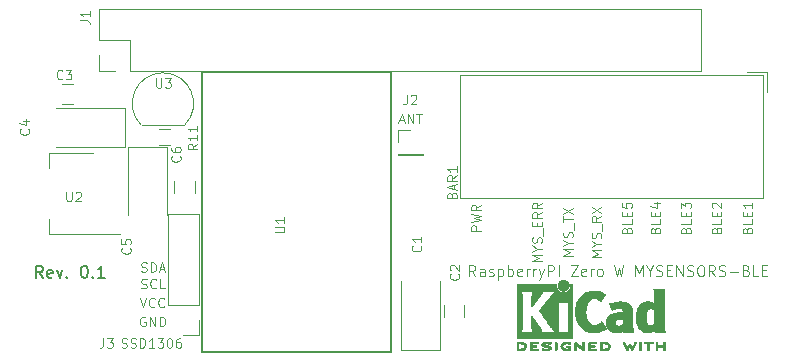
<source format=gto>
%TF.GenerationSoftware,KiCad,Pcbnew,no-vcs-found-47f37ef~60~ubuntu15.04.1*%
%TF.CreationDate,2017-10-10T23:18:27+03:00*%
%TF.ProjectId,rpi_zero,7270695F7A65726F2E6B696361645F70,rev?*%
%TF.SameCoordinates,Original*%
%TF.FileFunction,Legend,Top*%
%TF.FilePolarity,Positive*%
%FSLAX46Y46*%
G04 Gerber Fmt 4.6, Leading zero omitted, Abs format (unit mm)*
G04 Created by KiCad (PCBNEW no-vcs-found-47f37ef~60~ubuntu15.04.1) date Tue Oct 10 23:18:27 2017*
%MOMM*%
%LPD*%
G01*
G04 APERTURE LIST*
%ADD10C,0.120000*%
%ADD11C,0.140000*%
%ADD12C,0.010000*%
%ADD13C,0.150000*%
%ADD14O,1.200000X2.200000*%
%ADD15C,3.200000*%
%ADD16O,1.700000X1.700000*%
%ADD17R,1.700000X1.700000*%
%ADD18R,2.500000X3.200000*%
%ADD19R,1.250000X1.500000*%
%ADD20R,1.500000X1.250000*%
%ADD21R,3.200000X2.500000*%
%ADD22R,1.200000X3.000000*%
%ADD23R,2.000000X1.500000*%
%ADD24R,2.000000X3.800000*%
%ADD25R,1.200000X0.900000*%
%ADD26R,0.900000X1.500000*%
%ADD27O,0.900000X1.500000*%
%ADD28R,1.350000X1.350000*%
G04 APERTURE END LIST*
D10*
X141997594Y-89792753D02*
X142378546Y-89792753D01*
X141921403Y-90021324D02*
X142188070Y-89221324D01*
X142454737Y-90021324D01*
X142721403Y-90021324D02*
X142721403Y-89221324D01*
X143178546Y-90021324D01*
X143178546Y-89221324D01*
X143445213Y-89221324D02*
X143902356Y-89221324D01*
X143673784Y-90021324D02*
X143673784Y-89221324D01*
X120140451Y-102583229D02*
X120254737Y-102621324D01*
X120445213Y-102621324D01*
X120521403Y-102583229D01*
X120559499Y-102545134D01*
X120597594Y-102468943D01*
X120597594Y-102392753D01*
X120559499Y-102316562D01*
X120521403Y-102278467D01*
X120445213Y-102240372D01*
X120292832Y-102202277D01*
X120216641Y-102164181D01*
X120178546Y-102126086D01*
X120140451Y-102049896D01*
X120140451Y-101973705D01*
X120178546Y-101897515D01*
X120216641Y-101859420D01*
X120292832Y-101821324D01*
X120483308Y-101821324D01*
X120597594Y-101859420D01*
X120940451Y-102621324D02*
X120940451Y-101821324D01*
X121130927Y-101821324D01*
X121245213Y-101859420D01*
X121321403Y-101935610D01*
X121359499Y-102011800D01*
X121397594Y-102164181D01*
X121397594Y-102278467D01*
X121359499Y-102430848D01*
X121321403Y-102507039D01*
X121245213Y-102583229D01*
X121130927Y-102621324D01*
X120940451Y-102621324D01*
X121702356Y-102392753D02*
X122083308Y-102392753D01*
X121626165Y-102621324D02*
X121892832Y-101821324D01*
X122159499Y-102621324D01*
X120159499Y-103983229D02*
X120273784Y-104021324D01*
X120464260Y-104021324D01*
X120540451Y-103983229D01*
X120578546Y-103945134D01*
X120616641Y-103868943D01*
X120616641Y-103792753D01*
X120578546Y-103716562D01*
X120540451Y-103678467D01*
X120464260Y-103640372D01*
X120311880Y-103602277D01*
X120235689Y-103564181D01*
X120197594Y-103526086D01*
X120159499Y-103449896D01*
X120159499Y-103373705D01*
X120197594Y-103297515D01*
X120235689Y-103259420D01*
X120311880Y-103221324D01*
X120502356Y-103221324D01*
X120616641Y-103259420D01*
X121416641Y-103945134D02*
X121378546Y-103983229D01*
X121264260Y-104021324D01*
X121188070Y-104021324D01*
X121073784Y-103983229D01*
X120997594Y-103907039D01*
X120959499Y-103830848D01*
X120921403Y-103678467D01*
X120921403Y-103564181D01*
X120959499Y-103411800D01*
X120997594Y-103335610D01*
X121073784Y-103259420D01*
X121188070Y-103221324D01*
X121264260Y-103221324D01*
X121378546Y-103259420D01*
X121416641Y-103297515D01*
X122140451Y-104021324D02*
X121759499Y-104021324D01*
X121759499Y-103221324D01*
X120045213Y-104821324D02*
X120311880Y-105621324D01*
X120578546Y-104821324D01*
X121302356Y-105545134D02*
X121264260Y-105583229D01*
X121149975Y-105621324D01*
X121073784Y-105621324D01*
X120959499Y-105583229D01*
X120883308Y-105507039D01*
X120845213Y-105430848D01*
X120807118Y-105278467D01*
X120807118Y-105164181D01*
X120845213Y-105011800D01*
X120883308Y-104935610D01*
X120959499Y-104859420D01*
X121073784Y-104821324D01*
X121149975Y-104821324D01*
X121264260Y-104859420D01*
X121302356Y-104897515D01*
X122102356Y-105545134D02*
X122064260Y-105583229D01*
X121949975Y-105621324D01*
X121873784Y-105621324D01*
X121759499Y-105583229D01*
X121683308Y-105507039D01*
X121645213Y-105430848D01*
X121607118Y-105278467D01*
X121607118Y-105164181D01*
X121645213Y-105011800D01*
X121683308Y-104935610D01*
X121759499Y-104859420D01*
X121873784Y-104821324D01*
X121949975Y-104821324D01*
X122064260Y-104859420D01*
X122102356Y-104897515D01*
X120502356Y-106459420D02*
X120426165Y-106421324D01*
X120311880Y-106421324D01*
X120197594Y-106459420D01*
X120121403Y-106535610D01*
X120083308Y-106611800D01*
X120045213Y-106764181D01*
X120045213Y-106878467D01*
X120083308Y-107030848D01*
X120121403Y-107107039D01*
X120197594Y-107183229D01*
X120311880Y-107221324D01*
X120388070Y-107221324D01*
X120502356Y-107183229D01*
X120540451Y-107145134D01*
X120540451Y-106878467D01*
X120388070Y-106878467D01*
X120883308Y-107221324D02*
X120883308Y-106421324D01*
X121340451Y-107221324D01*
X121340451Y-106421324D01*
X121721403Y-107221324D02*
X121721403Y-106421324D01*
X121911880Y-106421324D01*
X122026165Y-106459420D01*
X122102356Y-106535610D01*
X122140451Y-106611800D01*
X122178546Y-106764181D01*
X122178546Y-106878467D01*
X122140451Y-107030848D01*
X122102356Y-107107039D01*
X122026165Y-107183229D01*
X121911880Y-107221324D01*
X121721403Y-107221324D01*
X118478546Y-108983229D02*
X118592832Y-109021324D01*
X118783308Y-109021324D01*
X118859499Y-108983229D01*
X118897594Y-108945134D01*
X118935689Y-108868943D01*
X118935689Y-108792753D01*
X118897594Y-108716562D01*
X118859499Y-108678467D01*
X118783308Y-108640372D01*
X118630927Y-108602277D01*
X118554737Y-108564181D01*
X118516641Y-108526086D01*
X118478546Y-108449896D01*
X118478546Y-108373705D01*
X118516641Y-108297515D01*
X118554737Y-108259420D01*
X118630927Y-108221324D01*
X118821403Y-108221324D01*
X118935689Y-108259420D01*
X119240451Y-108983229D02*
X119354737Y-109021324D01*
X119545213Y-109021324D01*
X119621403Y-108983229D01*
X119659499Y-108945134D01*
X119697594Y-108868943D01*
X119697594Y-108792753D01*
X119659499Y-108716562D01*
X119621403Y-108678467D01*
X119545213Y-108640372D01*
X119392832Y-108602277D01*
X119316641Y-108564181D01*
X119278546Y-108526086D01*
X119240451Y-108449896D01*
X119240451Y-108373705D01*
X119278546Y-108297515D01*
X119316641Y-108259420D01*
X119392832Y-108221324D01*
X119583308Y-108221324D01*
X119697594Y-108259420D01*
X120040451Y-109021324D02*
X120040451Y-108221324D01*
X120230927Y-108221324D01*
X120345213Y-108259420D01*
X120421403Y-108335610D01*
X120459499Y-108411800D01*
X120497594Y-108564181D01*
X120497594Y-108678467D01*
X120459499Y-108830848D01*
X120421403Y-108907039D01*
X120345213Y-108983229D01*
X120230927Y-109021324D01*
X120040451Y-109021324D01*
X121259499Y-109021324D02*
X120802356Y-109021324D01*
X121030927Y-109021324D02*
X121030927Y-108221324D01*
X120954737Y-108335610D01*
X120878546Y-108411800D01*
X120802356Y-108449896D01*
X121526165Y-108221324D02*
X122021403Y-108221324D01*
X121754737Y-108526086D01*
X121869022Y-108526086D01*
X121945213Y-108564181D01*
X121983308Y-108602277D01*
X122021403Y-108678467D01*
X122021403Y-108868943D01*
X121983308Y-108945134D01*
X121945213Y-108983229D01*
X121869022Y-109021324D01*
X121640451Y-109021324D01*
X121564260Y-108983229D01*
X121526165Y-108945134D01*
X122516641Y-108221324D02*
X122592832Y-108221324D01*
X122669022Y-108259420D01*
X122707118Y-108297515D01*
X122745213Y-108373705D01*
X122783308Y-108526086D01*
X122783308Y-108716562D01*
X122745213Y-108868943D01*
X122707118Y-108945134D01*
X122669022Y-108983229D01*
X122592832Y-109021324D01*
X122516641Y-109021324D01*
X122440451Y-108983229D01*
X122402356Y-108945134D01*
X122364260Y-108868943D01*
X122326165Y-108716562D01*
X122326165Y-108526086D01*
X122364260Y-108373705D01*
X122402356Y-108297515D01*
X122440451Y-108259420D01*
X122516641Y-108221324D01*
X123469022Y-108221324D02*
X123316641Y-108221324D01*
X123240451Y-108259420D01*
X123202356Y-108297515D01*
X123126165Y-108411800D01*
X123088070Y-108564181D01*
X123088070Y-108868943D01*
X123126165Y-108945134D01*
X123164260Y-108983229D01*
X123240451Y-109021324D01*
X123392832Y-109021324D01*
X123469022Y-108983229D01*
X123507118Y-108945134D01*
X123545213Y-108868943D01*
X123545213Y-108678467D01*
X123507118Y-108602277D01*
X123469022Y-108564181D01*
X123392832Y-108526086D01*
X123240451Y-108526086D01*
X123164260Y-108564181D01*
X123126165Y-108602277D01*
X123088070Y-108678467D01*
D11*
X111802356Y-103111800D02*
X111469022Y-102635610D01*
X111230927Y-103111800D02*
X111230927Y-102111800D01*
X111611880Y-102111800D01*
X111707118Y-102159420D01*
X111754737Y-102207039D01*
X111802356Y-102302277D01*
X111802356Y-102445134D01*
X111754737Y-102540372D01*
X111707118Y-102587991D01*
X111611880Y-102635610D01*
X111230927Y-102635610D01*
X112611880Y-103064181D02*
X112516641Y-103111800D01*
X112326165Y-103111800D01*
X112230927Y-103064181D01*
X112183308Y-102968943D01*
X112183308Y-102587991D01*
X112230927Y-102492753D01*
X112326165Y-102445134D01*
X112516641Y-102445134D01*
X112611880Y-102492753D01*
X112659499Y-102587991D01*
X112659499Y-102683229D01*
X112183308Y-102778467D01*
X112992832Y-102445134D02*
X113230927Y-103111800D01*
X113469022Y-102445134D01*
X113849975Y-103016562D02*
X113897594Y-103064181D01*
X113849975Y-103111800D01*
X113802356Y-103064181D01*
X113849975Y-103016562D01*
X113849975Y-103111800D01*
X115278546Y-102111800D02*
X115373784Y-102111800D01*
X115469022Y-102159420D01*
X115516641Y-102207039D01*
X115564260Y-102302277D01*
X115611880Y-102492753D01*
X115611880Y-102730848D01*
X115564260Y-102921324D01*
X115516641Y-103016562D01*
X115469022Y-103064181D01*
X115373784Y-103111800D01*
X115278546Y-103111800D01*
X115183308Y-103064181D01*
X115135689Y-103016562D01*
X115088070Y-102921324D01*
X115040451Y-102730848D01*
X115040451Y-102492753D01*
X115088070Y-102302277D01*
X115135689Y-102207039D01*
X115183308Y-102159420D01*
X115278546Y-102111800D01*
X116040451Y-103016562D02*
X116088070Y-103064181D01*
X116040451Y-103111800D01*
X115992832Y-103064181D01*
X116040451Y-103016562D01*
X116040451Y-103111800D01*
X117040451Y-103111800D02*
X116469022Y-103111800D01*
X116754737Y-103111800D02*
X116754737Y-102111800D01*
X116659499Y-102254658D01*
X116564260Y-102349896D01*
X116469022Y-102397515D01*
D10*
X148447594Y-102966562D02*
X148147594Y-102537991D01*
X147933308Y-102966562D02*
X147933308Y-102066562D01*
X148276165Y-102066562D01*
X148361880Y-102109420D01*
X148404737Y-102152277D01*
X148447594Y-102237991D01*
X148447594Y-102366562D01*
X148404737Y-102452277D01*
X148361880Y-102495134D01*
X148276165Y-102537991D01*
X147933308Y-102537991D01*
X149219022Y-102966562D02*
X149219022Y-102495134D01*
X149176165Y-102409420D01*
X149090451Y-102366562D01*
X148919022Y-102366562D01*
X148833308Y-102409420D01*
X149219022Y-102923705D02*
X149133308Y-102966562D01*
X148919022Y-102966562D01*
X148833308Y-102923705D01*
X148790451Y-102837991D01*
X148790451Y-102752277D01*
X148833308Y-102666562D01*
X148919022Y-102623705D01*
X149133308Y-102623705D01*
X149219022Y-102580848D01*
X149604737Y-102923705D02*
X149690451Y-102966562D01*
X149861880Y-102966562D01*
X149947594Y-102923705D01*
X149990451Y-102837991D01*
X149990451Y-102795134D01*
X149947594Y-102709420D01*
X149861880Y-102666562D01*
X149733308Y-102666562D01*
X149647594Y-102623705D01*
X149604737Y-102537991D01*
X149604737Y-102495134D01*
X149647594Y-102409420D01*
X149733308Y-102366562D01*
X149861880Y-102366562D01*
X149947594Y-102409420D01*
X150376165Y-102366562D02*
X150376165Y-103266562D01*
X150376165Y-102409420D02*
X150461880Y-102366562D01*
X150633308Y-102366562D01*
X150719022Y-102409420D01*
X150761880Y-102452277D01*
X150804737Y-102537991D01*
X150804737Y-102795134D01*
X150761880Y-102880848D01*
X150719022Y-102923705D01*
X150633308Y-102966562D01*
X150461880Y-102966562D01*
X150376165Y-102923705D01*
X151190451Y-102966562D02*
X151190451Y-102066562D01*
X151190451Y-102409420D02*
X151276165Y-102366562D01*
X151447594Y-102366562D01*
X151533308Y-102409420D01*
X151576165Y-102452277D01*
X151619022Y-102537991D01*
X151619022Y-102795134D01*
X151576165Y-102880848D01*
X151533308Y-102923705D01*
X151447594Y-102966562D01*
X151276165Y-102966562D01*
X151190451Y-102923705D01*
X152347594Y-102923705D02*
X152261880Y-102966562D01*
X152090451Y-102966562D01*
X152004737Y-102923705D01*
X151961880Y-102837991D01*
X151961880Y-102495134D01*
X152004737Y-102409420D01*
X152090451Y-102366562D01*
X152261880Y-102366562D01*
X152347594Y-102409420D01*
X152390451Y-102495134D01*
X152390451Y-102580848D01*
X151961880Y-102666562D01*
X152776165Y-102966562D02*
X152776165Y-102366562D01*
X152776165Y-102537991D02*
X152819022Y-102452277D01*
X152861880Y-102409420D01*
X152947594Y-102366562D01*
X153033308Y-102366562D01*
X153333308Y-102966562D02*
X153333308Y-102366562D01*
X153333308Y-102537991D02*
X153376165Y-102452277D01*
X153419022Y-102409420D01*
X153504737Y-102366562D01*
X153590451Y-102366562D01*
X153804737Y-102366562D02*
X154019022Y-102966562D01*
X154233308Y-102366562D02*
X154019022Y-102966562D01*
X153933308Y-103180848D01*
X153890451Y-103223705D01*
X153804737Y-103266562D01*
X154576165Y-102966562D02*
X154576165Y-102066562D01*
X154919022Y-102066562D01*
X155004737Y-102109420D01*
X155047594Y-102152277D01*
X155090451Y-102237991D01*
X155090451Y-102366562D01*
X155047594Y-102452277D01*
X155004737Y-102495134D01*
X154919022Y-102537991D01*
X154576165Y-102537991D01*
X155476165Y-102966562D02*
X155476165Y-102066562D01*
X156504737Y-102066562D02*
X157104737Y-102066562D01*
X156504737Y-102966562D01*
X157104737Y-102966562D01*
X157790451Y-102923705D02*
X157704737Y-102966562D01*
X157533308Y-102966562D01*
X157447594Y-102923705D01*
X157404737Y-102837991D01*
X157404737Y-102495134D01*
X157447594Y-102409420D01*
X157533308Y-102366562D01*
X157704737Y-102366562D01*
X157790451Y-102409420D01*
X157833308Y-102495134D01*
X157833308Y-102580848D01*
X157404737Y-102666562D01*
X158219022Y-102966562D02*
X158219022Y-102366562D01*
X158219022Y-102537991D02*
X158261880Y-102452277D01*
X158304737Y-102409420D01*
X158390451Y-102366562D01*
X158476165Y-102366562D01*
X158904737Y-102966562D02*
X158819022Y-102923705D01*
X158776165Y-102880848D01*
X158733308Y-102795134D01*
X158733308Y-102537991D01*
X158776165Y-102452277D01*
X158819022Y-102409420D01*
X158904737Y-102366562D01*
X159033308Y-102366562D01*
X159119022Y-102409420D01*
X159161880Y-102452277D01*
X159204737Y-102537991D01*
X159204737Y-102795134D01*
X159161880Y-102880848D01*
X159119022Y-102923705D01*
X159033308Y-102966562D01*
X158904737Y-102966562D01*
X160190451Y-102066562D02*
X160404737Y-102966562D01*
X160576165Y-102323705D01*
X160747594Y-102966562D01*
X160961880Y-102066562D01*
X161990451Y-102966562D02*
X161990451Y-102066562D01*
X162290451Y-102709420D01*
X162590451Y-102066562D01*
X162590451Y-102966562D01*
X163190451Y-102537991D02*
X163190451Y-102966562D01*
X162890451Y-102066562D02*
X163190451Y-102537991D01*
X163490451Y-102066562D01*
X163747594Y-102923705D02*
X163876165Y-102966562D01*
X164090451Y-102966562D01*
X164176165Y-102923705D01*
X164219022Y-102880848D01*
X164261880Y-102795134D01*
X164261880Y-102709420D01*
X164219022Y-102623705D01*
X164176165Y-102580848D01*
X164090451Y-102537991D01*
X163919022Y-102495134D01*
X163833308Y-102452277D01*
X163790451Y-102409420D01*
X163747594Y-102323705D01*
X163747594Y-102237991D01*
X163790451Y-102152277D01*
X163833308Y-102109420D01*
X163919022Y-102066562D01*
X164133308Y-102066562D01*
X164261880Y-102109420D01*
X164647594Y-102495134D02*
X164947594Y-102495134D01*
X165076165Y-102966562D02*
X164647594Y-102966562D01*
X164647594Y-102066562D01*
X165076165Y-102066562D01*
X165461880Y-102966562D02*
X165461880Y-102066562D01*
X165976165Y-102966562D01*
X165976165Y-102066562D01*
X166361880Y-102923705D02*
X166490451Y-102966562D01*
X166704737Y-102966562D01*
X166790451Y-102923705D01*
X166833308Y-102880848D01*
X166876165Y-102795134D01*
X166876165Y-102709420D01*
X166833308Y-102623705D01*
X166790451Y-102580848D01*
X166704737Y-102537991D01*
X166533308Y-102495134D01*
X166447594Y-102452277D01*
X166404737Y-102409420D01*
X166361880Y-102323705D01*
X166361880Y-102237991D01*
X166404737Y-102152277D01*
X166447594Y-102109420D01*
X166533308Y-102066562D01*
X166747594Y-102066562D01*
X166876165Y-102109420D01*
X167433308Y-102066562D02*
X167604737Y-102066562D01*
X167690451Y-102109420D01*
X167776165Y-102195134D01*
X167819022Y-102366562D01*
X167819022Y-102666562D01*
X167776165Y-102837991D01*
X167690451Y-102923705D01*
X167604737Y-102966562D01*
X167433308Y-102966562D01*
X167347594Y-102923705D01*
X167261880Y-102837991D01*
X167219022Y-102666562D01*
X167219022Y-102366562D01*
X167261880Y-102195134D01*
X167347594Y-102109420D01*
X167433308Y-102066562D01*
X168719022Y-102966562D02*
X168419022Y-102537991D01*
X168204737Y-102966562D02*
X168204737Y-102066562D01*
X168547594Y-102066562D01*
X168633308Y-102109420D01*
X168676165Y-102152277D01*
X168719022Y-102237991D01*
X168719022Y-102366562D01*
X168676165Y-102452277D01*
X168633308Y-102495134D01*
X168547594Y-102537991D01*
X168204737Y-102537991D01*
X169061880Y-102923705D02*
X169190451Y-102966562D01*
X169404737Y-102966562D01*
X169490451Y-102923705D01*
X169533308Y-102880848D01*
X169576165Y-102795134D01*
X169576165Y-102709420D01*
X169533308Y-102623705D01*
X169490451Y-102580848D01*
X169404737Y-102537991D01*
X169233308Y-102495134D01*
X169147594Y-102452277D01*
X169104737Y-102409420D01*
X169061880Y-102323705D01*
X169061880Y-102237991D01*
X169104737Y-102152277D01*
X169147594Y-102109420D01*
X169233308Y-102066562D01*
X169447594Y-102066562D01*
X169576165Y-102109420D01*
X169961880Y-102623705D02*
X170647594Y-102623705D01*
X171376165Y-102495134D02*
X171504737Y-102537991D01*
X171547594Y-102580848D01*
X171590451Y-102666562D01*
X171590451Y-102795134D01*
X171547594Y-102880848D01*
X171504737Y-102923705D01*
X171419022Y-102966562D01*
X171076165Y-102966562D01*
X171076165Y-102066562D01*
X171376165Y-102066562D01*
X171461880Y-102109420D01*
X171504737Y-102152277D01*
X171547594Y-102237991D01*
X171547594Y-102323705D01*
X171504737Y-102409420D01*
X171461880Y-102452277D01*
X171376165Y-102495134D01*
X171076165Y-102495134D01*
X172404737Y-102966562D02*
X171976165Y-102966562D01*
X171976165Y-102066562D01*
X172704737Y-102495134D02*
X173004737Y-102495134D01*
X173133308Y-102966562D02*
X172704737Y-102966562D01*
X172704737Y-102066562D01*
X173133308Y-102066562D01*
X161254737Y-99068943D02*
X161292832Y-98954658D01*
X161330927Y-98916562D01*
X161407118Y-98878467D01*
X161521403Y-98878467D01*
X161597594Y-98916562D01*
X161635689Y-98954658D01*
X161673784Y-99030848D01*
X161673784Y-99335610D01*
X160873784Y-99335610D01*
X160873784Y-99068943D01*
X160911880Y-98992753D01*
X160949975Y-98954658D01*
X161026165Y-98916562D01*
X161102356Y-98916562D01*
X161178546Y-98954658D01*
X161216641Y-98992753D01*
X161254737Y-99068943D01*
X161254737Y-99335610D01*
X161673784Y-98154658D02*
X161673784Y-98535610D01*
X160873784Y-98535610D01*
X161254737Y-97887991D02*
X161254737Y-97621324D01*
X161673784Y-97507039D02*
X161673784Y-97887991D01*
X160873784Y-97887991D01*
X160873784Y-97507039D01*
X160873784Y-96783229D02*
X160873784Y-97164181D01*
X161254737Y-97202277D01*
X161216641Y-97164181D01*
X161178546Y-97087991D01*
X161178546Y-96897515D01*
X161216641Y-96821324D01*
X161254737Y-96783229D01*
X161330927Y-96745134D01*
X161521403Y-96745134D01*
X161597594Y-96783229D01*
X161635689Y-96821324D01*
X161673784Y-96897515D01*
X161673784Y-97087991D01*
X161635689Y-97164181D01*
X161597594Y-97202277D01*
X159073784Y-101335610D02*
X158273784Y-101335610D01*
X158845213Y-101068943D01*
X158273784Y-100802277D01*
X159073784Y-100802277D01*
X158692832Y-100268943D02*
X159073784Y-100268943D01*
X158273784Y-100535610D02*
X158692832Y-100268943D01*
X158273784Y-100002277D01*
X159035689Y-99773705D02*
X159073784Y-99659420D01*
X159073784Y-99468943D01*
X159035689Y-99392753D01*
X158997594Y-99354658D01*
X158921403Y-99316562D01*
X158845213Y-99316562D01*
X158769022Y-99354658D01*
X158730927Y-99392753D01*
X158692832Y-99468943D01*
X158654737Y-99621324D01*
X158616641Y-99697515D01*
X158578546Y-99735610D01*
X158502356Y-99773705D01*
X158426165Y-99773705D01*
X158349975Y-99735610D01*
X158311880Y-99697515D01*
X158273784Y-99621324D01*
X158273784Y-99430848D01*
X158311880Y-99316562D01*
X159149975Y-99164181D02*
X159149975Y-98554658D01*
X159073784Y-97907039D02*
X158692832Y-98173705D01*
X159073784Y-98364181D02*
X158273784Y-98364181D01*
X158273784Y-98059420D01*
X158311880Y-97983229D01*
X158349975Y-97945134D01*
X158426165Y-97907039D01*
X158540451Y-97907039D01*
X158616641Y-97945134D01*
X158654737Y-97983229D01*
X158692832Y-98059420D01*
X158692832Y-98364181D01*
X158273784Y-97640372D02*
X159073784Y-97107039D01*
X158273784Y-97107039D02*
X159073784Y-97640372D01*
X156673784Y-101240372D02*
X155873784Y-101240372D01*
X156445213Y-100973705D01*
X155873784Y-100707039D01*
X156673784Y-100707039D01*
X156292832Y-100173705D02*
X156673784Y-100173705D01*
X155873784Y-100440372D02*
X156292832Y-100173705D01*
X155873784Y-99907039D01*
X156635689Y-99678467D02*
X156673784Y-99564181D01*
X156673784Y-99373705D01*
X156635689Y-99297515D01*
X156597594Y-99259420D01*
X156521403Y-99221324D01*
X156445213Y-99221324D01*
X156369022Y-99259420D01*
X156330927Y-99297515D01*
X156292832Y-99373705D01*
X156254737Y-99526086D01*
X156216641Y-99602277D01*
X156178546Y-99640372D01*
X156102356Y-99678467D01*
X156026165Y-99678467D01*
X155949975Y-99640372D01*
X155911880Y-99602277D01*
X155873784Y-99526086D01*
X155873784Y-99335610D01*
X155911880Y-99221324D01*
X156749975Y-99068943D02*
X156749975Y-98459420D01*
X155873784Y-98383229D02*
X155873784Y-97926086D01*
X156673784Y-98154658D02*
X155873784Y-98154658D01*
X155873784Y-97735610D02*
X156673784Y-97202277D01*
X155873784Y-97202277D02*
X156673784Y-97735610D01*
X154073784Y-101716562D02*
X153273784Y-101716562D01*
X153845213Y-101449896D01*
X153273784Y-101183229D01*
X154073784Y-101183229D01*
X153692832Y-100649896D02*
X154073784Y-100649896D01*
X153273784Y-100916562D02*
X153692832Y-100649896D01*
X153273784Y-100383229D01*
X154035689Y-100154658D02*
X154073784Y-100040372D01*
X154073784Y-99849896D01*
X154035689Y-99773705D01*
X153997594Y-99735610D01*
X153921403Y-99697515D01*
X153845213Y-99697515D01*
X153769022Y-99735610D01*
X153730927Y-99773705D01*
X153692832Y-99849896D01*
X153654737Y-100002277D01*
X153616641Y-100078467D01*
X153578546Y-100116562D01*
X153502356Y-100154658D01*
X153426165Y-100154658D01*
X153349975Y-100116562D01*
X153311880Y-100078467D01*
X153273784Y-100002277D01*
X153273784Y-99811800D01*
X153311880Y-99697515D01*
X154149975Y-99545134D02*
X154149975Y-98935610D01*
X153654737Y-98745134D02*
X153654737Y-98478467D01*
X154073784Y-98364181D02*
X154073784Y-98745134D01*
X153273784Y-98745134D01*
X153273784Y-98364181D01*
X154073784Y-97564181D02*
X153692832Y-97830848D01*
X154073784Y-98021324D02*
X153273784Y-98021324D01*
X153273784Y-97716562D01*
X153311880Y-97640372D01*
X153349975Y-97602277D01*
X153426165Y-97564181D01*
X153540451Y-97564181D01*
X153616641Y-97602277D01*
X153654737Y-97640372D01*
X153692832Y-97716562D01*
X153692832Y-98021324D01*
X154073784Y-96764181D02*
X153692832Y-97030848D01*
X154073784Y-97221324D02*
X153273784Y-97221324D01*
X153273784Y-96916562D01*
X153311880Y-96840372D01*
X153349975Y-96802277D01*
X153426165Y-96764181D01*
X153540451Y-96764181D01*
X153616641Y-96802277D01*
X153654737Y-96840372D01*
X153692832Y-96916562D01*
X153692832Y-97221324D01*
X148873784Y-99126086D02*
X148073784Y-99126086D01*
X148073784Y-98821324D01*
X148111880Y-98745134D01*
X148149975Y-98707039D01*
X148226165Y-98668943D01*
X148340451Y-98668943D01*
X148416641Y-98707039D01*
X148454737Y-98745134D01*
X148492832Y-98821324D01*
X148492832Y-99126086D01*
X148073784Y-98402277D02*
X148873784Y-98211800D01*
X148302356Y-98059420D01*
X148873784Y-97907039D01*
X148073784Y-97716562D01*
X148873784Y-96954658D02*
X148492832Y-97221324D01*
X148873784Y-97411800D02*
X148073784Y-97411800D01*
X148073784Y-97107039D01*
X148111880Y-97030848D01*
X148149975Y-96992753D01*
X148226165Y-96954658D01*
X148340451Y-96954658D01*
X148416641Y-96992753D01*
X148454737Y-97030848D01*
X148492832Y-97107039D01*
X148492832Y-97411800D01*
X163654737Y-99068943D02*
X163692832Y-98954658D01*
X163730927Y-98916562D01*
X163807118Y-98878467D01*
X163921403Y-98878467D01*
X163997594Y-98916562D01*
X164035689Y-98954658D01*
X164073784Y-99030848D01*
X164073784Y-99335610D01*
X163273784Y-99335610D01*
X163273784Y-99068943D01*
X163311880Y-98992753D01*
X163349975Y-98954658D01*
X163426165Y-98916562D01*
X163502356Y-98916562D01*
X163578546Y-98954658D01*
X163616641Y-98992753D01*
X163654737Y-99068943D01*
X163654737Y-99335610D01*
X164073784Y-98154658D02*
X164073784Y-98535610D01*
X163273784Y-98535610D01*
X163654737Y-97887991D02*
X163654737Y-97621324D01*
X164073784Y-97507039D02*
X164073784Y-97887991D01*
X163273784Y-97887991D01*
X163273784Y-97507039D01*
X163540451Y-96821324D02*
X164073784Y-96821324D01*
X163235689Y-97011800D02*
X163807118Y-97202277D01*
X163807118Y-96707039D01*
X166254737Y-99068943D02*
X166292832Y-98954658D01*
X166330927Y-98916562D01*
X166407118Y-98878467D01*
X166521403Y-98878467D01*
X166597594Y-98916562D01*
X166635689Y-98954658D01*
X166673784Y-99030848D01*
X166673784Y-99335610D01*
X165873784Y-99335610D01*
X165873784Y-99068943D01*
X165911880Y-98992753D01*
X165949975Y-98954658D01*
X166026165Y-98916562D01*
X166102356Y-98916562D01*
X166178546Y-98954658D01*
X166216641Y-98992753D01*
X166254737Y-99068943D01*
X166254737Y-99335610D01*
X166673784Y-98154658D02*
X166673784Y-98535610D01*
X165873784Y-98535610D01*
X166254737Y-97887991D02*
X166254737Y-97621324D01*
X166673784Y-97507039D02*
X166673784Y-97887991D01*
X165873784Y-97887991D01*
X165873784Y-97507039D01*
X165873784Y-97240372D02*
X165873784Y-96745134D01*
X166178546Y-97011800D01*
X166178546Y-96897515D01*
X166216641Y-96821324D01*
X166254737Y-96783229D01*
X166330927Y-96745134D01*
X166521403Y-96745134D01*
X166597594Y-96783229D01*
X166635689Y-96821324D01*
X166673784Y-96897515D01*
X166673784Y-97126086D01*
X166635689Y-97202277D01*
X166597594Y-97240372D01*
X168854737Y-99068943D02*
X168892832Y-98954658D01*
X168930927Y-98916562D01*
X169007118Y-98878467D01*
X169121403Y-98878467D01*
X169197594Y-98916562D01*
X169235689Y-98954658D01*
X169273784Y-99030848D01*
X169273784Y-99335610D01*
X168473784Y-99335610D01*
X168473784Y-99068943D01*
X168511880Y-98992753D01*
X168549975Y-98954658D01*
X168626165Y-98916562D01*
X168702356Y-98916562D01*
X168778546Y-98954658D01*
X168816641Y-98992753D01*
X168854737Y-99068943D01*
X168854737Y-99335610D01*
X169273784Y-98154658D02*
X169273784Y-98535610D01*
X168473784Y-98535610D01*
X168854737Y-97887991D02*
X168854737Y-97621324D01*
X169273784Y-97507039D02*
X169273784Y-97887991D01*
X168473784Y-97887991D01*
X168473784Y-97507039D01*
X168549975Y-97202277D02*
X168511880Y-97164181D01*
X168473784Y-97087991D01*
X168473784Y-96897515D01*
X168511880Y-96821324D01*
X168549975Y-96783229D01*
X168626165Y-96745134D01*
X168702356Y-96745134D01*
X168816641Y-96783229D01*
X169273784Y-97240372D01*
X169273784Y-96745134D01*
X171454737Y-99068943D02*
X171492832Y-98954658D01*
X171530927Y-98916562D01*
X171607118Y-98878467D01*
X171721403Y-98878467D01*
X171797594Y-98916562D01*
X171835689Y-98954658D01*
X171873784Y-99030848D01*
X171873784Y-99335610D01*
X171073784Y-99335610D01*
X171073784Y-99068943D01*
X171111880Y-98992753D01*
X171149975Y-98954658D01*
X171226165Y-98916562D01*
X171302356Y-98916562D01*
X171378546Y-98954658D01*
X171416641Y-98992753D01*
X171454737Y-99068943D01*
X171454737Y-99335610D01*
X171873784Y-98154658D02*
X171873784Y-98535610D01*
X171073784Y-98535610D01*
X171454737Y-97887991D02*
X171454737Y-97621324D01*
X171873784Y-97507039D02*
X171873784Y-97887991D01*
X171073784Y-97887991D01*
X171073784Y-97507039D01*
X171873784Y-96745134D02*
X171873784Y-97202277D01*
X171873784Y-96973705D02*
X171073784Y-96973705D01*
X171188070Y-97049896D01*
X171264260Y-97126086D01*
X171302356Y-97202277D01*
X172821880Y-96389420D02*
X147141880Y-96389420D01*
X172821880Y-85949420D02*
X172821880Y-96389420D01*
X147141880Y-85949420D02*
X172821880Y-85949420D01*
X147141880Y-96389420D02*
X147141880Y-85949420D01*
X173111880Y-85659420D02*
X171411880Y-85659420D01*
X173111880Y-87359420D02*
X173111880Y-85659420D01*
D12*
G36*
X152090509Y-108528486D02*
X152129991Y-108528887D01*
X152245680Y-108531679D01*
X152342569Y-108539970D01*
X152423961Y-108554652D01*
X152493157Y-108576613D01*
X152553460Y-108606742D01*
X152608172Y-108645930D01*
X152627713Y-108662952D01*
X152660130Y-108702783D01*
X152689360Y-108756833D01*
X152711889Y-108816743D01*
X152724201Y-108874159D01*
X152725480Y-108895376D01*
X152717463Y-108954189D01*
X152695981Y-109018433D01*
X152664881Y-109079241D01*
X152628014Y-109127750D01*
X152622026Y-109133602D01*
X152571301Y-109174741D01*
X152515755Y-109206855D01*
X152452184Y-109230785D01*
X152377386Y-109247373D01*
X152288158Y-109257461D01*
X152181298Y-109261889D01*
X152132352Y-109262265D01*
X152070118Y-109261965D01*
X152026352Y-109260712D01*
X151996949Y-109257974D01*
X151977801Y-109253221D01*
X151964803Y-109245921D01*
X151957835Y-109239687D01*
X151951254Y-109232114D01*
X151946092Y-109222344D01*
X151942177Y-109207760D01*
X151939337Y-109185746D01*
X151937400Y-109153684D01*
X151936196Y-109108956D01*
X151935552Y-109048946D01*
X151935297Y-108971037D01*
X151935258Y-108895376D01*
X151935010Y-108794461D01*
X151935063Y-108713847D01*
X151936023Y-108675242D01*
X152082013Y-108675242D01*
X152082013Y-109115509D01*
X152175146Y-109115424D01*
X152231187Y-109113816D01*
X152289881Y-109109676D01*
X152338852Y-109103884D01*
X152340342Y-109103646D01*
X152419488Y-109084510D01*
X152480878Y-109054707D01*
X152527575Y-109012298D01*
X152557245Y-108966381D01*
X152575527Y-108915446D01*
X152574109Y-108867620D01*
X152552892Y-108816353D01*
X152511391Y-108763319D01*
X152453882Y-108724020D01*
X152379130Y-108697751D01*
X152329172Y-108688455D01*
X152272464Y-108681927D01*
X152212361Y-108677202D01*
X152161241Y-108675237D01*
X152158213Y-108675228D01*
X152082013Y-108675242D01*
X151936023Y-108675242D01*
X151936620Y-108651271D01*
X151940882Y-108604475D01*
X151949050Y-108571198D01*
X151962324Y-108549179D01*
X151981906Y-108536159D01*
X152008997Y-108529877D01*
X152044798Y-108528073D01*
X152090509Y-108528486D01*
X152090509Y-108528486D01*
G37*
X152090509Y-108528486D02*
X152129991Y-108528887D01*
X152245680Y-108531679D01*
X152342569Y-108539970D01*
X152423961Y-108554652D01*
X152493157Y-108576613D01*
X152553460Y-108606742D01*
X152608172Y-108645930D01*
X152627713Y-108662952D01*
X152660130Y-108702783D01*
X152689360Y-108756833D01*
X152711889Y-108816743D01*
X152724201Y-108874159D01*
X152725480Y-108895376D01*
X152717463Y-108954189D01*
X152695981Y-109018433D01*
X152664881Y-109079241D01*
X152628014Y-109127750D01*
X152622026Y-109133602D01*
X152571301Y-109174741D01*
X152515755Y-109206855D01*
X152452184Y-109230785D01*
X152377386Y-109247373D01*
X152288158Y-109257461D01*
X152181298Y-109261889D01*
X152132352Y-109262265D01*
X152070118Y-109261965D01*
X152026352Y-109260712D01*
X151996949Y-109257974D01*
X151977801Y-109253221D01*
X151964803Y-109245921D01*
X151957835Y-109239687D01*
X151951254Y-109232114D01*
X151946092Y-109222344D01*
X151942177Y-109207760D01*
X151939337Y-109185746D01*
X151937400Y-109153684D01*
X151936196Y-109108956D01*
X151935552Y-109048946D01*
X151935297Y-108971037D01*
X151935258Y-108895376D01*
X151935010Y-108794461D01*
X151935063Y-108713847D01*
X151936023Y-108675242D01*
X152082013Y-108675242D01*
X152082013Y-109115509D01*
X152175146Y-109115424D01*
X152231187Y-109113816D01*
X152289881Y-109109676D01*
X152338852Y-109103884D01*
X152340342Y-109103646D01*
X152419488Y-109084510D01*
X152480878Y-109054707D01*
X152527575Y-109012298D01*
X152557245Y-108966381D01*
X152575527Y-108915446D01*
X152574109Y-108867620D01*
X152552892Y-108816353D01*
X152511391Y-108763319D01*
X152453882Y-108724020D01*
X152379130Y-108697751D01*
X152329172Y-108688455D01*
X152272464Y-108681927D01*
X152212361Y-108677202D01*
X152161241Y-108675237D01*
X152158213Y-108675228D01*
X152082013Y-108675242D01*
X151936023Y-108675242D01*
X151936620Y-108651271D01*
X151940882Y-108604475D01*
X151949050Y-108571198D01*
X151962324Y-108549179D01*
X151981906Y-108536159D01*
X152008997Y-108529877D01*
X152044798Y-108528073D01*
X152090509Y-108528486D01*
G36*
X153499086Y-108528566D02*
X153568494Y-108528938D01*
X153620883Y-108529805D01*
X153659033Y-108531366D01*
X153685721Y-108533823D01*
X153703727Y-108537377D01*
X153715831Y-108542230D01*
X153724811Y-108548581D01*
X153728062Y-108551504D01*
X153747837Y-108582562D01*
X153751398Y-108618248D01*
X153738389Y-108649930D01*
X153732374Y-108656333D01*
X153722645Y-108662541D01*
X153706979Y-108667330D01*
X153682472Y-108670934D01*
X153646219Y-108673584D01*
X153595315Y-108675515D01*
X153526854Y-108676959D01*
X153464263Y-108677838D01*
X153216546Y-108680887D01*
X153213161Y-108745798D01*
X153209775Y-108810709D01*
X153377922Y-108810709D01*
X153450921Y-108811339D01*
X153504363Y-108813973D01*
X153541252Y-108819729D01*
X153564592Y-108829724D01*
X153577386Y-108845076D01*
X153582638Y-108866902D01*
X153583435Y-108887158D01*
X153580957Y-108912012D01*
X153571603Y-108930326D01*
X153552497Y-108943057D01*
X153520762Y-108951161D01*
X153473521Y-108955596D01*
X153407897Y-108957319D01*
X153372079Y-108957465D01*
X153210902Y-108957465D01*
X153210902Y-109115509D01*
X153459258Y-109115509D01*
X153540667Y-109115622D01*
X153602538Y-109116132D01*
X153647912Y-109117290D01*
X153679826Y-109119350D01*
X153701321Y-109122566D01*
X153715437Y-109127192D01*
X153725212Y-109133479D01*
X153730191Y-109138087D01*
X153747270Y-109164980D01*
X153752769Y-109188887D01*
X153744917Y-109218087D01*
X153730191Y-109239687D01*
X153722334Y-109246486D01*
X153712192Y-109251766D01*
X153697036Y-109255718D01*
X153674139Y-109258533D01*
X153640771Y-109260402D01*
X153594205Y-109261518D01*
X153531713Y-109262071D01*
X153450566Y-109262253D01*
X153408458Y-109262265D01*
X153318282Y-109262185D01*
X153247956Y-109261818D01*
X153194751Y-109260972D01*
X153155940Y-109259456D01*
X153128793Y-109257079D01*
X153110582Y-109253649D01*
X153098580Y-109248974D01*
X153090058Y-109242864D01*
X153086724Y-109239687D01*
X153080125Y-109232090D01*
X153074953Y-109222290D01*
X153071034Y-109207659D01*
X153068196Y-109185572D01*
X153066265Y-109153402D01*
X153065068Y-109108523D01*
X153064432Y-109048309D01*
X153064183Y-108970133D01*
X153064146Y-108897343D01*
X153064180Y-108804127D01*
X153064415Y-108730851D01*
X153065050Y-108674878D01*
X153066286Y-108633571D01*
X153068324Y-108604292D01*
X153071363Y-108584404D01*
X153075603Y-108571270D01*
X153081245Y-108562252D01*
X153088489Y-108554713D01*
X153090274Y-108553032D01*
X153098935Y-108545592D01*
X153108998Y-108539829D01*
X153123255Y-108535532D01*
X153144497Y-108532484D01*
X153175516Y-108530471D01*
X153219103Y-108529280D01*
X153278049Y-108528695D01*
X153355146Y-108528503D01*
X153409879Y-108528487D01*
X153499086Y-108528566D01*
X153499086Y-108528566D01*
G37*
X153499086Y-108528566D02*
X153568494Y-108528938D01*
X153620883Y-108529805D01*
X153659033Y-108531366D01*
X153685721Y-108533823D01*
X153703727Y-108537377D01*
X153715831Y-108542230D01*
X153724811Y-108548581D01*
X153728062Y-108551504D01*
X153747837Y-108582562D01*
X153751398Y-108618248D01*
X153738389Y-108649930D01*
X153732374Y-108656333D01*
X153722645Y-108662541D01*
X153706979Y-108667330D01*
X153682472Y-108670934D01*
X153646219Y-108673584D01*
X153595315Y-108675515D01*
X153526854Y-108676959D01*
X153464263Y-108677838D01*
X153216546Y-108680887D01*
X153213161Y-108745798D01*
X153209775Y-108810709D01*
X153377922Y-108810709D01*
X153450921Y-108811339D01*
X153504363Y-108813973D01*
X153541252Y-108819729D01*
X153564592Y-108829724D01*
X153577386Y-108845076D01*
X153582638Y-108866902D01*
X153583435Y-108887158D01*
X153580957Y-108912012D01*
X153571603Y-108930326D01*
X153552497Y-108943057D01*
X153520762Y-108951161D01*
X153473521Y-108955596D01*
X153407897Y-108957319D01*
X153372079Y-108957465D01*
X153210902Y-108957465D01*
X153210902Y-109115509D01*
X153459258Y-109115509D01*
X153540667Y-109115622D01*
X153602538Y-109116132D01*
X153647912Y-109117290D01*
X153679826Y-109119350D01*
X153701321Y-109122566D01*
X153715437Y-109127192D01*
X153725212Y-109133479D01*
X153730191Y-109138087D01*
X153747270Y-109164980D01*
X153752769Y-109188887D01*
X153744917Y-109218087D01*
X153730191Y-109239687D01*
X153722334Y-109246486D01*
X153712192Y-109251766D01*
X153697036Y-109255718D01*
X153674139Y-109258533D01*
X153640771Y-109260402D01*
X153594205Y-109261518D01*
X153531713Y-109262071D01*
X153450566Y-109262253D01*
X153408458Y-109262265D01*
X153318282Y-109262185D01*
X153247956Y-109261818D01*
X153194751Y-109260972D01*
X153155940Y-109259456D01*
X153128793Y-109257079D01*
X153110582Y-109253649D01*
X153098580Y-109248974D01*
X153090058Y-109242864D01*
X153086724Y-109239687D01*
X153080125Y-109232090D01*
X153074953Y-109222290D01*
X153071034Y-109207659D01*
X153068196Y-109185572D01*
X153066265Y-109153402D01*
X153065068Y-109108523D01*
X153064432Y-109048309D01*
X153064183Y-108970133D01*
X153064146Y-108897343D01*
X153064180Y-108804127D01*
X153064415Y-108730851D01*
X153065050Y-108674878D01*
X153066286Y-108633571D01*
X153068324Y-108604292D01*
X153071363Y-108584404D01*
X153075603Y-108571270D01*
X153081245Y-108562252D01*
X153088489Y-108554713D01*
X153090274Y-108553032D01*
X153098935Y-108545592D01*
X153108998Y-108539829D01*
X153123255Y-108535532D01*
X153144497Y-108532484D01*
X153175516Y-108530471D01*
X153219103Y-108529280D01*
X153278049Y-108528695D01*
X153355146Y-108528503D01*
X153409879Y-108528487D01*
X153499086Y-108528566D01*
G36*
X154520177Y-108529771D02*
X154594992Y-108535001D01*
X154664574Y-108543170D01*
X154724878Y-108553970D01*
X154771860Y-108567093D01*
X154801474Y-108582233D01*
X154806020Y-108586689D01*
X154821826Y-108621270D01*
X154817033Y-108656771D01*
X154792516Y-108687145D01*
X154791346Y-108688016D01*
X154776926Y-108697374D01*
X154761872Y-108702296D01*
X154740875Y-108702893D01*
X154708623Y-108699281D01*
X154659807Y-108691574D01*
X154655880Y-108690925D01*
X154583141Y-108681989D01*
X154504663Y-108677581D01*
X154425953Y-108677539D01*
X154352519Y-108681699D01*
X154289869Y-108689899D01*
X154243510Y-108701977D01*
X154240464Y-108703191D01*
X154206832Y-108722035D01*
X154195016Y-108741105D01*
X154204266Y-108759859D01*
X154233833Y-108777757D01*
X154282969Y-108794257D01*
X154350923Y-108808816D01*
X154396235Y-108815826D01*
X154490424Y-108829309D01*
X154565336Y-108841634D01*
X154624163Y-108853869D01*
X154670095Y-108867081D01*
X154706325Y-108882337D01*
X154736042Y-108900705D01*
X154762438Y-108923251D01*
X154783650Y-108945391D01*
X154808815Y-108976239D01*
X154821199Y-109002765D01*
X154825072Y-109035446D01*
X154825213Y-109047415D01*
X154822304Y-109087132D01*
X154810678Y-109116679D01*
X154790557Y-109142906D01*
X154749664Y-109182996D01*
X154704063Y-109213569D01*
X154650367Y-109235623D01*
X154585188Y-109250155D01*
X154505136Y-109258161D01*
X154406823Y-109260638D01*
X154390591Y-109260597D01*
X154325031Y-109259238D01*
X154260014Y-109256150D01*
X154202628Y-109251776D01*
X154159958Y-109246560D01*
X154156508Y-109245961D01*
X154114084Y-109235911D01*
X154078100Y-109223216D01*
X154057730Y-109211610D01*
X154038773Y-109180992D01*
X154037453Y-109145338D01*
X154053795Y-109113564D01*
X154057451Y-109109971D01*
X154072565Y-109099296D01*
X154091465Y-109094696D01*
X154120718Y-109095479D01*
X154156229Y-109099547D01*
X154195910Y-109103182D01*
X154251535Y-109106248D01*
X154316474Y-109108473D01*
X154384095Y-109109584D01*
X154401880Y-109109657D01*
X154469752Y-109109384D01*
X154519426Y-109108066D01*
X154555270Y-109105247D01*
X154581656Y-109100470D01*
X154602954Y-109093277D01*
X154615754Y-109087287D01*
X154643880Y-109070653D01*
X154661812Y-109055588D01*
X154664433Y-109051317D01*
X154658904Y-109033683D01*
X154632620Y-109016612D01*
X154587402Y-109000878D01*
X154525072Y-108987258D01*
X154506709Y-108984224D01*
X154410790Y-108969158D01*
X154334239Y-108956566D01*
X154274100Y-108945531D01*
X154227420Y-108935140D01*
X154191243Y-108924476D01*
X154162615Y-108912625D01*
X154138582Y-108898671D01*
X154116188Y-108881701D01*
X154092478Y-108860798D01*
X154084500Y-108853469D01*
X154056527Y-108826119D01*
X154041720Y-108804449D01*
X154035928Y-108779652D01*
X154034991Y-108748403D01*
X154045305Y-108687125D01*
X154076128Y-108635060D01*
X154127285Y-108592378D01*
X154198597Y-108559245D01*
X154249480Y-108544384D01*
X154304780Y-108534786D01*
X154371027Y-108529356D01*
X154444174Y-108527787D01*
X154520177Y-108529771D01*
X154520177Y-108529771D01*
G37*
X154520177Y-108529771D02*
X154594992Y-108535001D01*
X154664574Y-108543170D01*
X154724878Y-108553970D01*
X154771860Y-108567093D01*
X154801474Y-108582233D01*
X154806020Y-108586689D01*
X154821826Y-108621270D01*
X154817033Y-108656771D01*
X154792516Y-108687145D01*
X154791346Y-108688016D01*
X154776926Y-108697374D01*
X154761872Y-108702296D01*
X154740875Y-108702893D01*
X154708623Y-108699281D01*
X154659807Y-108691574D01*
X154655880Y-108690925D01*
X154583141Y-108681989D01*
X154504663Y-108677581D01*
X154425953Y-108677539D01*
X154352519Y-108681699D01*
X154289869Y-108689899D01*
X154243510Y-108701977D01*
X154240464Y-108703191D01*
X154206832Y-108722035D01*
X154195016Y-108741105D01*
X154204266Y-108759859D01*
X154233833Y-108777757D01*
X154282969Y-108794257D01*
X154350923Y-108808816D01*
X154396235Y-108815826D01*
X154490424Y-108829309D01*
X154565336Y-108841634D01*
X154624163Y-108853869D01*
X154670095Y-108867081D01*
X154706325Y-108882337D01*
X154736042Y-108900705D01*
X154762438Y-108923251D01*
X154783650Y-108945391D01*
X154808815Y-108976239D01*
X154821199Y-109002765D01*
X154825072Y-109035446D01*
X154825213Y-109047415D01*
X154822304Y-109087132D01*
X154810678Y-109116679D01*
X154790557Y-109142906D01*
X154749664Y-109182996D01*
X154704063Y-109213569D01*
X154650367Y-109235623D01*
X154585188Y-109250155D01*
X154505136Y-109258161D01*
X154406823Y-109260638D01*
X154390591Y-109260597D01*
X154325031Y-109259238D01*
X154260014Y-109256150D01*
X154202628Y-109251776D01*
X154159958Y-109246560D01*
X154156508Y-109245961D01*
X154114084Y-109235911D01*
X154078100Y-109223216D01*
X154057730Y-109211610D01*
X154038773Y-109180992D01*
X154037453Y-109145338D01*
X154053795Y-109113564D01*
X154057451Y-109109971D01*
X154072565Y-109099296D01*
X154091465Y-109094696D01*
X154120718Y-109095479D01*
X154156229Y-109099547D01*
X154195910Y-109103182D01*
X154251535Y-109106248D01*
X154316474Y-109108473D01*
X154384095Y-109109584D01*
X154401880Y-109109657D01*
X154469752Y-109109384D01*
X154519426Y-109108066D01*
X154555270Y-109105247D01*
X154581656Y-109100470D01*
X154602954Y-109093277D01*
X154615754Y-109087287D01*
X154643880Y-109070653D01*
X154661812Y-109055588D01*
X154664433Y-109051317D01*
X154658904Y-109033683D01*
X154632620Y-109016612D01*
X154587402Y-109000878D01*
X154525072Y-108987258D01*
X154506709Y-108984224D01*
X154410790Y-108969158D01*
X154334239Y-108956566D01*
X154274100Y-108945531D01*
X154227420Y-108935140D01*
X154191243Y-108924476D01*
X154162615Y-108912625D01*
X154138582Y-108898671D01*
X154116188Y-108881701D01*
X154092478Y-108860798D01*
X154084500Y-108853469D01*
X154056527Y-108826119D01*
X154041720Y-108804449D01*
X154035928Y-108779652D01*
X154034991Y-108748403D01*
X154045305Y-108687125D01*
X154076128Y-108635060D01*
X154127285Y-108592378D01*
X154198597Y-108559245D01*
X154249480Y-108544384D01*
X154304780Y-108534786D01*
X154371027Y-108529356D01*
X154444174Y-108527787D01*
X154520177Y-108529771D01*
G36*
X155288058Y-108551065D02*
X155294638Y-108558638D01*
X155299801Y-108568407D01*
X155303716Y-108582991D01*
X155306556Y-108605005D01*
X155308493Y-108637068D01*
X155309697Y-108681795D01*
X155310341Y-108741805D01*
X155310596Y-108819714D01*
X155310635Y-108895376D01*
X155310566Y-108989222D01*
X155310242Y-109063109D01*
X155309494Y-109119652D01*
X155308148Y-109161469D01*
X155306034Y-109191177D01*
X155302980Y-109211393D01*
X155298814Y-109224734D01*
X155293364Y-109233818D01*
X155288058Y-109239687D01*
X155255054Y-109259367D01*
X155219889Y-109257601D01*
X155188425Y-109236137D01*
X155181196Y-109227757D01*
X155175546Y-109218034D01*
X155171281Y-109204281D01*
X155168207Y-109183809D01*
X155166128Y-109153932D01*
X155164850Y-109111961D01*
X155164179Y-109055209D01*
X155163921Y-108980987D01*
X155163880Y-108896957D01*
X155163880Y-108583905D01*
X155191589Y-108556196D01*
X155225743Y-108532883D01*
X155258874Y-108532043D01*
X155288058Y-108551065D01*
X155288058Y-108551065D01*
G37*
X155288058Y-108551065D02*
X155294638Y-108558638D01*
X155299801Y-108568407D01*
X155303716Y-108582991D01*
X155306556Y-108605005D01*
X155308493Y-108637068D01*
X155309697Y-108681795D01*
X155310341Y-108741805D01*
X155310596Y-108819714D01*
X155310635Y-108895376D01*
X155310566Y-108989222D01*
X155310242Y-109063109D01*
X155309494Y-109119652D01*
X155308148Y-109161469D01*
X155306034Y-109191177D01*
X155302980Y-109211393D01*
X155298814Y-109224734D01*
X155293364Y-109233818D01*
X155288058Y-109239687D01*
X155255054Y-109259367D01*
X155219889Y-109257601D01*
X155188425Y-109236137D01*
X155181196Y-109227757D01*
X155175546Y-109218034D01*
X155171281Y-109204281D01*
X155168207Y-109183809D01*
X155166128Y-109153932D01*
X155164850Y-109111961D01*
X155164179Y-109055209D01*
X155163921Y-108980987D01*
X155163880Y-108896957D01*
X155163880Y-108583905D01*
X155191589Y-108556196D01*
X155225743Y-108532883D01*
X155258874Y-108532043D01*
X155288058Y-108551065D01*
G36*
X156261799Y-108534019D02*
X156330315Y-108545515D01*
X156382937Y-108563387D01*
X156417172Y-108586919D01*
X156426501Y-108600344D01*
X156435987Y-108631568D01*
X156429603Y-108659815D01*
X156409450Y-108686602D01*
X156378135Y-108699133D01*
X156332697Y-108698116D01*
X156297554Y-108691326D01*
X156219461Y-108678391D01*
X156139654Y-108677162D01*
X156050325Y-108687661D01*
X156025651Y-108692110D01*
X155942589Y-108715528D01*
X155877607Y-108750365D01*
X155831419Y-108796024D01*
X155804735Y-108851914D01*
X155799217Y-108880808D01*
X155802829Y-108939432D01*
X155826151Y-108991299D01*
X155867056Y-109035398D01*
X155923421Y-109070719D01*
X155993120Y-109096249D01*
X156074028Y-109110979D01*
X156164020Y-109113898D01*
X156260970Y-109103995D01*
X156266444Y-109103061D01*
X156305005Y-109095879D01*
X156326386Y-109088941D01*
X156335653Y-109078647D01*
X156337874Y-109061396D01*
X156337924Y-109052261D01*
X156337924Y-109013909D01*
X156269449Y-109013909D01*
X156208980Y-109009767D01*
X156167715Y-108996567D01*
X156143705Y-108973150D01*
X156135003Y-108938356D01*
X156134897Y-108933814D01*
X156139988Y-108904074D01*
X156157447Y-108882839D01*
X156189941Y-108868786D01*
X156240137Y-108860593D01*
X156288757Y-108857581D01*
X156359424Y-108855853D01*
X156410682Y-108858490D01*
X156445641Y-108868220D01*
X156467410Y-108887773D01*
X156479100Y-108919876D01*
X156483820Y-108967258D01*
X156484680Y-109029491D01*
X156483271Y-109098955D01*
X156479032Y-109146206D01*
X156471944Y-109171432D01*
X156470569Y-109173408D01*
X156431652Y-109204928D01*
X156374594Y-109229890D01*
X156303011Y-109247760D01*
X156220522Y-109258006D01*
X156130741Y-109260093D01*
X156037288Y-109253488D01*
X155982324Y-109245376D01*
X155896114Y-109220974D01*
X155815988Y-109181082D01*
X155748903Y-109129307D01*
X155738707Y-109118959D01*
X155705578Y-109075455D01*
X155675686Y-109021538D01*
X155652523Y-108965012D01*
X155639582Y-108913679D01*
X155638022Y-108893964D01*
X155644662Y-108852839D01*
X155662312Y-108801672D01*
X155687583Y-108747814D01*
X155717091Y-108698615D01*
X155743161Y-108665754D01*
X155804115Y-108616872D01*
X155882911Y-108577965D01*
X155976723Y-108549914D01*
X156082730Y-108533599D01*
X156179880Y-108529612D01*
X156261799Y-108534019D01*
X156261799Y-108534019D01*
G37*
X156261799Y-108534019D02*
X156330315Y-108545515D01*
X156382937Y-108563387D01*
X156417172Y-108586919D01*
X156426501Y-108600344D01*
X156435987Y-108631568D01*
X156429603Y-108659815D01*
X156409450Y-108686602D01*
X156378135Y-108699133D01*
X156332697Y-108698116D01*
X156297554Y-108691326D01*
X156219461Y-108678391D01*
X156139654Y-108677162D01*
X156050325Y-108687661D01*
X156025651Y-108692110D01*
X155942589Y-108715528D01*
X155877607Y-108750365D01*
X155831419Y-108796024D01*
X155804735Y-108851914D01*
X155799217Y-108880808D01*
X155802829Y-108939432D01*
X155826151Y-108991299D01*
X155867056Y-109035398D01*
X155923421Y-109070719D01*
X155993120Y-109096249D01*
X156074028Y-109110979D01*
X156164020Y-109113898D01*
X156260970Y-109103995D01*
X156266444Y-109103061D01*
X156305005Y-109095879D01*
X156326386Y-109088941D01*
X156335653Y-109078647D01*
X156337874Y-109061396D01*
X156337924Y-109052261D01*
X156337924Y-109013909D01*
X156269449Y-109013909D01*
X156208980Y-109009767D01*
X156167715Y-108996567D01*
X156143705Y-108973150D01*
X156135003Y-108938356D01*
X156134897Y-108933814D01*
X156139988Y-108904074D01*
X156157447Y-108882839D01*
X156189941Y-108868786D01*
X156240137Y-108860593D01*
X156288757Y-108857581D01*
X156359424Y-108855853D01*
X156410682Y-108858490D01*
X156445641Y-108868220D01*
X156467410Y-108887773D01*
X156479100Y-108919876D01*
X156483820Y-108967258D01*
X156484680Y-109029491D01*
X156483271Y-109098955D01*
X156479032Y-109146206D01*
X156471944Y-109171432D01*
X156470569Y-109173408D01*
X156431652Y-109204928D01*
X156374594Y-109229890D01*
X156303011Y-109247760D01*
X156220522Y-109258006D01*
X156130741Y-109260093D01*
X156037288Y-109253488D01*
X155982324Y-109245376D01*
X155896114Y-109220974D01*
X155815988Y-109181082D01*
X155748903Y-109129307D01*
X155738707Y-109118959D01*
X155705578Y-109075455D01*
X155675686Y-109021538D01*
X155652523Y-108965012D01*
X155639582Y-108913679D01*
X155638022Y-108893964D01*
X155644662Y-108852839D01*
X155662312Y-108801672D01*
X155687583Y-108747814D01*
X155717091Y-108698615D01*
X155743161Y-108665754D01*
X155804115Y-108616872D01*
X155882911Y-108577965D01*
X155976723Y-108549914D01*
X156082730Y-108533599D01*
X156179880Y-108529612D01*
X156261799Y-108534019D01*
G36*
X156911766Y-108532868D02*
X156935332Y-108546693D01*
X156966145Y-108569301D01*
X157005802Y-108601758D01*
X157055900Y-108645128D01*
X157118037Y-108700478D01*
X157193808Y-108768871D01*
X157280546Y-108847504D01*
X157461169Y-109011298D01*
X157466813Y-108791449D01*
X157468851Y-108715771D01*
X157470817Y-108659414D01*
X157473146Y-108619126D01*
X157476274Y-108591655D01*
X157480635Y-108573749D01*
X157486664Y-108562157D01*
X157494796Y-108553628D01*
X157499108Y-108550043D01*
X157533639Y-108531090D01*
X157566497Y-108533861D01*
X157592562Y-108550053D01*
X157619213Y-108571619D01*
X157622528Y-108886571D01*
X157623445Y-108979199D01*
X157623912Y-109051964D01*
X157623767Y-109107581D01*
X157622848Y-109148762D01*
X157620993Y-109178223D01*
X157618041Y-109198675D01*
X157613830Y-109212833D01*
X157608198Y-109223411D01*
X157601953Y-109231894D01*
X157588441Y-109247627D01*
X157574997Y-109258056D01*
X157559756Y-109262059D01*
X157540854Y-109258514D01*
X157516425Y-109246299D01*
X157484607Y-109224291D01*
X157443532Y-109191369D01*
X157391338Y-109146411D01*
X157326158Y-109088295D01*
X157252324Y-109021519D01*
X156987035Y-108780878D01*
X156981391Y-109000009D01*
X156979349Y-109075548D01*
X156977378Y-109131774D01*
X156975041Y-109171944D01*
X156971899Y-109199316D01*
X156967516Y-109217148D01*
X156961456Y-109228699D01*
X156953280Y-109237227D01*
X156949096Y-109240702D01*
X156912115Y-109259792D01*
X156877172Y-109256913D01*
X156846744Y-109232520D01*
X156839783Y-109222706D01*
X156834357Y-109211246D01*
X156830277Y-109195388D01*
X156827351Y-109172383D01*
X156825388Y-109139482D01*
X156824197Y-109093936D01*
X156823588Y-109032993D01*
X156823369Y-108953906D01*
X156823346Y-108895376D01*
X156823420Y-108803827D01*
X156823767Y-108732107D01*
X156824579Y-108677465D01*
X156826047Y-108637152D01*
X156828361Y-108608418D01*
X156831713Y-108588513D01*
X156836292Y-108574688D01*
X156842291Y-108564192D01*
X156846744Y-108558231D01*
X156858030Y-108544111D01*
X156868579Y-108533449D01*
X156879987Y-108527312D01*
X156893850Y-108526763D01*
X156911766Y-108532868D01*
X156911766Y-108532868D01*
G37*
X156911766Y-108532868D02*
X156935332Y-108546693D01*
X156966145Y-108569301D01*
X157005802Y-108601758D01*
X157055900Y-108645128D01*
X157118037Y-108700478D01*
X157193808Y-108768871D01*
X157280546Y-108847504D01*
X157461169Y-109011298D01*
X157466813Y-108791449D01*
X157468851Y-108715771D01*
X157470817Y-108659414D01*
X157473146Y-108619126D01*
X157476274Y-108591655D01*
X157480635Y-108573749D01*
X157486664Y-108562157D01*
X157494796Y-108553628D01*
X157499108Y-108550043D01*
X157533639Y-108531090D01*
X157566497Y-108533861D01*
X157592562Y-108550053D01*
X157619213Y-108571619D01*
X157622528Y-108886571D01*
X157623445Y-108979199D01*
X157623912Y-109051964D01*
X157623767Y-109107581D01*
X157622848Y-109148762D01*
X157620993Y-109178223D01*
X157618041Y-109198675D01*
X157613830Y-109212833D01*
X157608198Y-109223411D01*
X157601953Y-109231894D01*
X157588441Y-109247627D01*
X157574997Y-109258056D01*
X157559756Y-109262059D01*
X157540854Y-109258514D01*
X157516425Y-109246299D01*
X157484607Y-109224291D01*
X157443532Y-109191369D01*
X157391338Y-109146411D01*
X157326158Y-109088295D01*
X157252324Y-109021519D01*
X156987035Y-108780878D01*
X156981391Y-109000009D01*
X156979349Y-109075548D01*
X156977378Y-109131774D01*
X156975041Y-109171944D01*
X156971899Y-109199316D01*
X156967516Y-109217148D01*
X156961456Y-109228699D01*
X156953280Y-109237227D01*
X156949096Y-109240702D01*
X156912115Y-109259792D01*
X156877172Y-109256913D01*
X156846744Y-109232520D01*
X156839783Y-109222706D01*
X156834357Y-109211246D01*
X156830277Y-109195388D01*
X156827351Y-109172383D01*
X156825388Y-109139482D01*
X156824197Y-109093936D01*
X156823588Y-109032993D01*
X156823369Y-108953906D01*
X156823346Y-108895376D01*
X156823420Y-108803827D01*
X156823767Y-108732107D01*
X156824579Y-108677465D01*
X156826047Y-108637152D01*
X156828361Y-108608418D01*
X156831713Y-108588513D01*
X156836292Y-108574688D01*
X156842291Y-108564192D01*
X156846744Y-108558231D01*
X156858030Y-108544111D01*
X156868579Y-108533449D01*
X156879987Y-108527312D01*
X156893850Y-108526763D01*
X156911766Y-108532868D01*
G36*
X158442223Y-108528680D02*
X158518581Y-108529594D01*
X158577097Y-108531731D01*
X158620135Y-108535595D01*
X158650063Y-108541687D01*
X158669248Y-108550510D01*
X158680056Y-108562566D01*
X158684853Y-108578359D01*
X158686007Y-108598390D01*
X158686013Y-108600755D01*
X158685011Y-108623412D01*
X158680276Y-108640923D01*
X158669213Y-108653994D01*
X158649228Y-108663333D01*
X158617726Y-108669647D01*
X158572112Y-108673642D01*
X158509793Y-108676026D01*
X158428173Y-108677506D01*
X158403157Y-108677834D01*
X158161080Y-108680887D01*
X158157694Y-108745798D01*
X158154309Y-108810709D01*
X158322456Y-108810709D01*
X158388146Y-108810951D01*
X158435052Y-108811976D01*
X158466963Y-108814231D01*
X158487671Y-108818162D01*
X158500964Y-108824218D01*
X158510635Y-108832844D01*
X158510697Y-108832913D01*
X158528236Y-108866532D01*
X158527602Y-108902868D01*
X158509194Y-108933843D01*
X158505551Y-108937027D01*
X158492621Y-108945232D01*
X158474904Y-108950941D01*
X158448450Y-108954582D01*
X158409312Y-108956587D01*
X158353542Y-108957384D01*
X158317874Y-108957465D01*
X158155435Y-108957465D01*
X158155435Y-109115509D01*
X158402041Y-109115509D01*
X158483460Y-109115651D01*
X158545290Y-109116234D01*
X158590517Y-109117488D01*
X158622128Y-109119647D01*
X158643111Y-109122943D01*
X158656453Y-109127609D01*
X158665141Y-109133877D01*
X158667330Y-109136153D01*
X158683494Y-109167700D01*
X158684677Y-109203588D01*
X158671416Y-109234705D01*
X158660923Y-109244691D01*
X158650009Y-109250189D01*
X158633097Y-109254442D01*
X158607513Y-109257600D01*
X158570581Y-109259812D01*
X158519626Y-109261226D01*
X158451974Y-109261992D01*
X158364949Y-109262258D01*
X158345274Y-109262265D01*
X158256791Y-109262207D01*
X158188107Y-109261887D01*
X158136444Y-109261087D01*
X158099025Y-109259587D01*
X158073070Y-109257169D01*
X158055802Y-109253614D01*
X158044442Y-109248702D01*
X158036212Y-109242215D01*
X158031697Y-109237558D01*
X158024901Y-109229309D01*
X158019592Y-109219089D01*
X158015586Y-109204220D01*
X158012701Y-109182022D01*
X158010754Y-109149813D01*
X158009561Y-109104916D01*
X158008941Y-109044648D01*
X158008709Y-108966331D01*
X158008680Y-108900414D01*
X158008751Y-108808048D01*
X158009088Y-108735537D01*
X158009878Y-108680157D01*
X158011306Y-108639185D01*
X158013559Y-108609898D01*
X158016823Y-108589573D01*
X158021284Y-108575486D01*
X158027128Y-108564915D01*
X158032077Y-108558231D01*
X158055474Y-108528487D01*
X158345654Y-108528487D01*
X158442223Y-108528680D01*
X158442223Y-108528680D01*
G37*
X158442223Y-108528680D02*
X158518581Y-108529594D01*
X158577097Y-108531731D01*
X158620135Y-108535595D01*
X158650063Y-108541687D01*
X158669248Y-108550510D01*
X158680056Y-108562566D01*
X158684853Y-108578359D01*
X158686007Y-108598390D01*
X158686013Y-108600755D01*
X158685011Y-108623412D01*
X158680276Y-108640923D01*
X158669213Y-108653994D01*
X158649228Y-108663333D01*
X158617726Y-108669647D01*
X158572112Y-108673642D01*
X158509793Y-108676026D01*
X158428173Y-108677506D01*
X158403157Y-108677834D01*
X158161080Y-108680887D01*
X158157694Y-108745798D01*
X158154309Y-108810709D01*
X158322456Y-108810709D01*
X158388146Y-108810951D01*
X158435052Y-108811976D01*
X158466963Y-108814231D01*
X158487671Y-108818162D01*
X158500964Y-108824218D01*
X158510635Y-108832844D01*
X158510697Y-108832913D01*
X158528236Y-108866532D01*
X158527602Y-108902868D01*
X158509194Y-108933843D01*
X158505551Y-108937027D01*
X158492621Y-108945232D01*
X158474904Y-108950941D01*
X158448450Y-108954582D01*
X158409312Y-108956587D01*
X158353542Y-108957384D01*
X158317874Y-108957465D01*
X158155435Y-108957465D01*
X158155435Y-109115509D01*
X158402041Y-109115509D01*
X158483460Y-109115651D01*
X158545290Y-109116234D01*
X158590517Y-109117488D01*
X158622128Y-109119647D01*
X158643111Y-109122943D01*
X158656453Y-109127609D01*
X158665141Y-109133877D01*
X158667330Y-109136153D01*
X158683494Y-109167700D01*
X158684677Y-109203588D01*
X158671416Y-109234705D01*
X158660923Y-109244691D01*
X158650009Y-109250189D01*
X158633097Y-109254442D01*
X158607513Y-109257600D01*
X158570581Y-109259812D01*
X158519626Y-109261226D01*
X158451974Y-109261992D01*
X158364949Y-109262258D01*
X158345274Y-109262265D01*
X158256791Y-109262207D01*
X158188107Y-109261887D01*
X158136444Y-109261087D01*
X158099025Y-109259587D01*
X158073070Y-109257169D01*
X158055802Y-109253614D01*
X158044442Y-109248702D01*
X158036212Y-109242215D01*
X158031697Y-109237558D01*
X158024901Y-109229309D01*
X158019592Y-109219089D01*
X158015586Y-109204220D01*
X158012701Y-109182022D01*
X158010754Y-109149813D01*
X158009561Y-109104916D01*
X158008941Y-109044648D01*
X158008709Y-108966331D01*
X158008680Y-108900414D01*
X158008751Y-108808048D01*
X158009088Y-108735537D01*
X158009878Y-108680157D01*
X158011306Y-108639185D01*
X158013559Y-108609898D01*
X158016823Y-108589573D01*
X158021284Y-108575486D01*
X158027128Y-108564915D01*
X158032077Y-108558231D01*
X158055474Y-108528487D01*
X158345654Y-108528487D01*
X158442223Y-108528680D01*
G36*
X159230189Y-108528695D02*
X159359168Y-108533056D01*
X159468871Y-108546281D01*
X159561106Y-108569161D01*
X159637682Y-108602490D01*
X159700407Y-108647058D01*
X159751092Y-108703656D01*
X159791543Y-108773078D01*
X159792339Y-108774771D01*
X159816481Y-108836903D01*
X159825083Y-108891929D01*
X159818111Y-108947307D01*
X159795534Y-109010493D01*
X159791252Y-109020109D01*
X159762052Y-109076386D01*
X159729236Y-109119871D01*
X159686882Y-109156837D01*
X159629070Y-109193555D01*
X159625711Y-109195472D01*
X159575384Y-109219647D01*
X159518501Y-109237702D01*
X159451407Y-109250259D01*
X159370445Y-109257942D01*
X159271962Y-109261373D01*
X159237166Y-109261671D01*
X159071474Y-109262265D01*
X159048077Y-109232520D01*
X159041137Y-109222739D01*
X159035722Y-109211317D01*
X159031645Y-109195515D01*
X159028717Y-109172595D01*
X159026747Y-109139816D01*
X159026105Y-109115509D01*
X159182724Y-109115509D01*
X159276606Y-109115509D01*
X159331544Y-109113903D01*
X159387940Y-109109675D01*
X159434225Y-109103712D01*
X159437019Y-109103210D01*
X159519228Y-109081156D01*
X159582994Y-109048020D01*
X159630332Y-109002267D01*
X159663262Y-108942359D01*
X159668988Y-108926481D01*
X159674601Y-108901753D01*
X159672171Y-108877322D01*
X159660347Y-108844820D01*
X159653220Y-108828854D01*
X159629880Y-108786426D01*
X159601760Y-108756660D01*
X159570820Y-108735931D01*
X159508846Y-108708957D01*
X159429531Y-108689418D01*
X159337133Y-108678166D01*
X159270213Y-108675690D01*
X159182724Y-108675242D01*
X159182724Y-109115509D01*
X159026105Y-109115509D01*
X159025548Y-109094441D01*
X159024930Y-109033731D01*
X159024705Y-108954946D01*
X159024680Y-108893340D01*
X159024680Y-108583905D01*
X159052389Y-108556196D01*
X159064686Y-108544964D01*
X159077983Y-108537273D01*
X159096552Y-108532460D01*
X159124666Y-108529866D01*
X159166597Y-108528830D01*
X159226617Y-108528690D01*
X159230189Y-108528695D01*
X159230189Y-108528695D01*
G37*
X159230189Y-108528695D02*
X159359168Y-108533056D01*
X159468871Y-108546281D01*
X159561106Y-108569161D01*
X159637682Y-108602490D01*
X159700407Y-108647058D01*
X159751092Y-108703656D01*
X159791543Y-108773078D01*
X159792339Y-108774771D01*
X159816481Y-108836903D01*
X159825083Y-108891929D01*
X159818111Y-108947307D01*
X159795534Y-109010493D01*
X159791252Y-109020109D01*
X159762052Y-109076386D01*
X159729236Y-109119871D01*
X159686882Y-109156837D01*
X159629070Y-109193555D01*
X159625711Y-109195472D01*
X159575384Y-109219647D01*
X159518501Y-109237702D01*
X159451407Y-109250259D01*
X159370445Y-109257942D01*
X159271962Y-109261373D01*
X159237166Y-109261671D01*
X159071474Y-109262265D01*
X159048077Y-109232520D01*
X159041137Y-109222739D01*
X159035722Y-109211317D01*
X159031645Y-109195515D01*
X159028717Y-109172595D01*
X159026747Y-109139816D01*
X159026105Y-109115509D01*
X159182724Y-109115509D01*
X159276606Y-109115509D01*
X159331544Y-109113903D01*
X159387940Y-109109675D01*
X159434225Y-109103712D01*
X159437019Y-109103210D01*
X159519228Y-109081156D01*
X159582994Y-109048020D01*
X159630332Y-109002267D01*
X159663262Y-108942359D01*
X159668988Y-108926481D01*
X159674601Y-108901753D01*
X159672171Y-108877322D01*
X159660347Y-108844820D01*
X159653220Y-108828854D01*
X159629880Y-108786426D01*
X159601760Y-108756660D01*
X159570820Y-108735931D01*
X159508846Y-108708957D01*
X159429531Y-108689418D01*
X159337133Y-108678166D01*
X159270213Y-108675690D01*
X159182724Y-108675242D01*
X159182724Y-109115509D01*
X159026105Y-109115509D01*
X159025548Y-109094441D01*
X159024930Y-109033731D01*
X159024705Y-108954946D01*
X159024680Y-108893340D01*
X159024680Y-108583905D01*
X159052389Y-108556196D01*
X159064686Y-108544964D01*
X159077983Y-108537273D01*
X159096552Y-108532460D01*
X159124666Y-108529866D01*
X159166597Y-108528830D01*
X159226617Y-108528690D01*
X159230189Y-108528695D01*
G36*
X161956545Y-108530454D02*
X161976135Y-108537455D01*
X161976890Y-108537797D01*
X162003493Y-108558098D01*
X162018150Y-108578981D01*
X162021018Y-108588772D01*
X162020876Y-108601781D01*
X162016841Y-108620315D01*
X162008026Y-108646677D01*
X161993549Y-108683172D01*
X161972525Y-108732107D01*
X161944068Y-108795785D01*
X161907295Y-108876513D01*
X161887055Y-108920636D01*
X161850505Y-108999405D01*
X161816195Y-109071843D01*
X161785432Y-109135300D01*
X161759528Y-109187128D01*
X161739790Y-109224679D01*
X161727530Y-109245304D01*
X161725104Y-109248153D01*
X161694063Y-109260722D01*
X161659001Y-109259039D01*
X161630880Y-109243752D01*
X161629734Y-109242509D01*
X161618548Y-109225574D01*
X161599784Y-109192590D01*
X161575755Y-109147800D01*
X161548777Y-109095452D01*
X161539081Y-109076162D01*
X161465894Y-108929570D01*
X161386120Y-109088813D01*
X161357647Y-109143835D01*
X161331230Y-109191552D01*
X161309028Y-109228313D01*
X161293199Y-109250464D01*
X161287834Y-109255161D01*
X161246137Y-109261522D01*
X161211729Y-109248153D01*
X161201608Y-109233866D01*
X161184094Y-109202112D01*
X161160615Y-109156017D01*
X161132600Y-109098705D01*
X161101479Y-109033300D01*
X161068679Y-108962927D01*
X161035630Y-108890711D01*
X161003761Y-108819775D01*
X160974499Y-108753245D01*
X160949275Y-108694246D01*
X160929516Y-108645901D01*
X160916652Y-108611335D01*
X160912111Y-108593673D01*
X160912157Y-108593033D01*
X160923206Y-108570808D01*
X160945290Y-108548173D01*
X160946590Y-108547188D01*
X160973733Y-108531845D01*
X160998838Y-108531994D01*
X161008248Y-108534886D01*
X161019714Y-108541138D01*
X161031890Y-108553434D01*
X161046237Y-108574328D01*
X161064216Y-108606369D01*
X161087287Y-108652108D01*
X161116910Y-108714097D01*
X161143625Y-108771318D01*
X161174360Y-108837646D01*
X161201901Y-108897294D01*
X161224818Y-108947145D01*
X161241678Y-108984084D01*
X161251053Y-109004993D01*
X161252420Y-109008265D01*
X161258569Y-109002917D01*
X161272702Y-108980529D01*
X161292937Y-108944366D01*
X161317395Y-108897697D01*
X161327128Y-108878442D01*
X161360097Y-108813424D01*
X161385523Y-108766074D01*
X161405492Y-108733639D01*
X161422090Y-108713366D01*
X161437404Y-108702502D01*
X161453520Y-108698295D01*
X161464023Y-108697820D01*
X161482550Y-108699462D01*
X161498784Y-108706251D01*
X161514915Y-108720986D01*
X161533131Y-108746464D01*
X161555619Y-108785481D01*
X161584569Y-108840834D01*
X161600542Y-108872323D01*
X161626450Y-108922507D01*
X161649047Y-108964124D01*
X161666338Y-108993662D01*
X161676330Y-109007609D01*
X161677689Y-109008190D01*
X161684141Y-108997213D01*
X161698588Y-108968710D01*
X161719583Y-108925664D01*
X161745677Y-108871058D01*
X161775426Y-108807874D01*
X161790060Y-108776491D01*
X161828130Y-108695498D01*
X161858785Y-108633176D01*
X161883617Y-108587491D01*
X161904217Y-108556409D01*
X161922178Y-108537898D01*
X161939090Y-108529924D01*
X161956545Y-108530454D01*
X161956545Y-108530454D01*
G37*
X161956545Y-108530454D02*
X161976135Y-108537455D01*
X161976890Y-108537797D01*
X162003493Y-108558098D01*
X162018150Y-108578981D01*
X162021018Y-108588772D01*
X162020876Y-108601781D01*
X162016841Y-108620315D01*
X162008026Y-108646677D01*
X161993549Y-108683172D01*
X161972525Y-108732107D01*
X161944068Y-108795785D01*
X161907295Y-108876513D01*
X161887055Y-108920636D01*
X161850505Y-108999405D01*
X161816195Y-109071843D01*
X161785432Y-109135300D01*
X161759528Y-109187128D01*
X161739790Y-109224679D01*
X161727530Y-109245304D01*
X161725104Y-109248153D01*
X161694063Y-109260722D01*
X161659001Y-109259039D01*
X161630880Y-109243752D01*
X161629734Y-109242509D01*
X161618548Y-109225574D01*
X161599784Y-109192590D01*
X161575755Y-109147800D01*
X161548777Y-109095452D01*
X161539081Y-109076162D01*
X161465894Y-108929570D01*
X161386120Y-109088813D01*
X161357647Y-109143835D01*
X161331230Y-109191552D01*
X161309028Y-109228313D01*
X161293199Y-109250464D01*
X161287834Y-109255161D01*
X161246137Y-109261522D01*
X161211729Y-109248153D01*
X161201608Y-109233866D01*
X161184094Y-109202112D01*
X161160615Y-109156017D01*
X161132600Y-109098705D01*
X161101479Y-109033300D01*
X161068679Y-108962927D01*
X161035630Y-108890711D01*
X161003761Y-108819775D01*
X160974499Y-108753245D01*
X160949275Y-108694246D01*
X160929516Y-108645901D01*
X160916652Y-108611335D01*
X160912111Y-108593673D01*
X160912157Y-108593033D01*
X160923206Y-108570808D01*
X160945290Y-108548173D01*
X160946590Y-108547188D01*
X160973733Y-108531845D01*
X160998838Y-108531994D01*
X161008248Y-108534886D01*
X161019714Y-108541138D01*
X161031890Y-108553434D01*
X161046237Y-108574328D01*
X161064216Y-108606369D01*
X161087287Y-108652108D01*
X161116910Y-108714097D01*
X161143625Y-108771318D01*
X161174360Y-108837646D01*
X161201901Y-108897294D01*
X161224818Y-108947145D01*
X161241678Y-108984084D01*
X161251053Y-109004993D01*
X161252420Y-109008265D01*
X161258569Y-109002917D01*
X161272702Y-108980529D01*
X161292937Y-108944366D01*
X161317395Y-108897697D01*
X161327128Y-108878442D01*
X161360097Y-108813424D01*
X161385523Y-108766074D01*
X161405492Y-108733639D01*
X161422090Y-108713366D01*
X161437404Y-108702502D01*
X161453520Y-108698295D01*
X161464023Y-108697820D01*
X161482550Y-108699462D01*
X161498784Y-108706251D01*
X161514915Y-108720986D01*
X161533131Y-108746464D01*
X161555619Y-108785481D01*
X161584569Y-108840834D01*
X161600542Y-108872323D01*
X161626450Y-108922507D01*
X161649047Y-108964124D01*
X161666338Y-108993662D01*
X161676330Y-109007609D01*
X161677689Y-109008190D01*
X161684141Y-108997213D01*
X161698588Y-108968710D01*
X161719583Y-108925664D01*
X161745677Y-108871058D01*
X161775426Y-108807874D01*
X161790060Y-108776491D01*
X161828130Y-108695498D01*
X161858785Y-108633176D01*
X161883617Y-108587491D01*
X161904217Y-108556409D01*
X161922178Y-108537898D01*
X161939090Y-108529924D01*
X161956545Y-108530454D01*
G36*
X162400494Y-108535297D02*
X162424207Y-108550067D01*
X162450858Y-108571647D01*
X162450858Y-108893193D01*
X162450773Y-108987250D01*
X162450409Y-109061352D01*
X162449604Y-109118124D01*
X162448193Y-109160188D01*
X162446013Y-109190168D01*
X162442901Y-109210687D01*
X162438694Y-109224369D01*
X162433228Y-109233836D01*
X162429352Y-109238502D01*
X162397914Y-109258995D01*
X162362113Y-109258159D01*
X162330753Y-109240684D01*
X162304102Y-109219104D01*
X162304102Y-108571647D01*
X162330753Y-108550067D01*
X162356474Y-108534369D01*
X162377480Y-108528487D01*
X162400494Y-108535297D01*
X162400494Y-108535297D01*
G37*
X162400494Y-108535297D02*
X162424207Y-108550067D01*
X162450858Y-108571647D01*
X162450858Y-108893193D01*
X162450773Y-108987250D01*
X162450409Y-109061352D01*
X162449604Y-109118124D01*
X162448193Y-109160188D01*
X162446013Y-109190168D01*
X162442901Y-109210687D01*
X162438694Y-109224369D01*
X162433228Y-109233836D01*
X162429352Y-109238502D01*
X162397914Y-109258995D01*
X162362113Y-109258159D01*
X162330753Y-109240684D01*
X162304102Y-109219104D01*
X162304102Y-108571647D01*
X162330753Y-108550067D01*
X162356474Y-108534369D01*
X162377480Y-108528487D01*
X162400494Y-108535297D01*
G36*
X163174945Y-108528583D02*
X163253652Y-108528962D01*
X163314743Y-108529753D01*
X163360697Y-108531090D01*
X163393994Y-108533103D01*
X163417116Y-108535926D01*
X163432542Y-108539689D01*
X163442751Y-108544525D01*
X163447693Y-108548242D01*
X163473337Y-108580778D01*
X163476439Y-108614558D01*
X163460591Y-108645246D01*
X163450228Y-108657509D01*
X163439076Y-108665870D01*
X163422915Y-108671077D01*
X163397522Y-108673877D01*
X163358678Y-108675016D01*
X163302160Y-108675241D01*
X163291060Y-108675242D01*
X163145124Y-108675242D01*
X163145124Y-108946176D01*
X163145028Y-109031574D01*
X163144591Y-109097284D01*
X163143592Y-109146194D01*
X163141808Y-109181193D01*
X163139017Y-109205169D01*
X163134997Y-109221013D01*
X163129525Y-109231611D01*
X163122546Y-109239687D01*
X163089614Y-109259532D01*
X163055234Y-109257968D01*
X163024056Y-109235326D01*
X163021766Y-109232520D01*
X163014309Y-109221912D01*
X163008627Y-109209501D01*
X163004481Y-109192270D01*
X163001630Y-109167204D01*
X162999834Y-109131287D01*
X162998852Y-109081503D01*
X162998444Y-109014837D01*
X162998369Y-108939009D01*
X162998369Y-108675242D01*
X162859007Y-108675242D01*
X162799202Y-108674838D01*
X162757798Y-108673260D01*
X162730628Y-108669967D01*
X162713526Y-108664412D01*
X162702323Y-108656051D01*
X162700963Y-108654598D01*
X162684605Y-108621359D01*
X162686052Y-108583782D01*
X162704858Y-108551065D01*
X162712130Y-108544718D01*
X162721507Y-108539686D01*
X162735489Y-108535816D01*
X162756576Y-108532957D01*
X162787269Y-108530955D01*
X162830069Y-108529659D01*
X162887475Y-108528918D01*
X162961990Y-108528578D01*
X163056113Y-108528488D01*
X163076140Y-108528487D01*
X163174945Y-108528583D01*
X163174945Y-108528583D01*
G37*
X163174945Y-108528583D02*
X163253652Y-108528962D01*
X163314743Y-108529753D01*
X163360697Y-108531090D01*
X163393994Y-108533103D01*
X163417116Y-108535926D01*
X163432542Y-108539689D01*
X163442751Y-108544525D01*
X163447693Y-108548242D01*
X163473337Y-108580778D01*
X163476439Y-108614558D01*
X163460591Y-108645246D01*
X163450228Y-108657509D01*
X163439076Y-108665870D01*
X163422915Y-108671077D01*
X163397522Y-108673877D01*
X163358678Y-108675016D01*
X163302160Y-108675241D01*
X163291060Y-108675242D01*
X163145124Y-108675242D01*
X163145124Y-108946176D01*
X163145028Y-109031574D01*
X163144591Y-109097284D01*
X163143592Y-109146194D01*
X163141808Y-109181193D01*
X163139017Y-109205169D01*
X163134997Y-109221013D01*
X163129525Y-109231611D01*
X163122546Y-109239687D01*
X163089614Y-109259532D01*
X163055234Y-109257968D01*
X163024056Y-109235326D01*
X163021766Y-109232520D01*
X163014309Y-109221912D01*
X163008627Y-109209501D01*
X163004481Y-109192270D01*
X163001630Y-109167204D01*
X162999834Y-109131287D01*
X162998852Y-109081503D01*
X162998444Y-109014837D01*
X162998369Y-108939009D01*
X162998369Y-108675242D01*
X162859007Y-108675242D01*
X162799202Y-108674838D01*
X162757798Y-108673260D01*
X162730628Y-108669967D01*
X162713526Y-108664412D01*
X162702323Y-108656051D01*
X162700963Y-108654598D01*
X162684605Y-108621359D01*
X162686052Y-108583782D01*
X162704858Y-108551065D01*
X162712130Y-108544718D01*
X162721507Y-108539686D01*
X162735489Y-108535816D01*
X162756576Y-108532957D01*
X162787269Y-108530955D01*
X162830069Y-108529659D01*
X162887475Y-108528918D01*
X162961990Y-108528578D01*
X163056113Y-108528488D01*
X163076140Y-108528487D01*
X163174945Y-108528583D01*
G36*
X164440703Y-108533953D02*
X164472082Y-108556196D01*
X164499791Y-108583905D01*
X164499791Y-108893340D01*
X164499718Y-108985219D01*
X164499375Y-109057260D01*
X164498572Y-109112200D01*
X164497121Y-109152780D01*
X164494832Y-109181737D01*
X164491516Y-109201811D01*
X164486985Y-109215741D01*
X164481049Y-109226265D01*
X164476394Y-109232520D01*
X164445663Y-109257093D01*
X164410376Y-109259761D01*
X164378125Y-109244691D01*
X164367468Y-109235794D01*
X164360344Y-109223977D01*
X164356047Y-109204946D01*
X164353871Y-109174412D01*
X164353108Y-109128082D01*
X164353035Y-109092291D01*
X164353035Y-108957465D01*
X163856324Y-108957465D01*
X163856324Y-109080120D01*
X163855811Y-109136207D01*
X163853756Y-109174753D01*
X163849388Y-109200781D01*
X163841936Y-109219317D01*
X163832927Y-109232520D01*
X163802024Y-109257024D01*
X163767076Y-109259926D01*
X163733618Y-109242509D01*
X163724484Y-109233379D01*
X163718032Y-109221275D01*
X163713777Y-109202421D01*
X163711232Y-109173040D01*
X163709909Y-109129357D01*
X163709323Y-109067595D01*
X163709255Y-109053420D01*
X163708771Y-108937051D01*
X163708521Y-108841147D01*
X163708603Y-108763597D01*
X163709111Y-108702289D01*
X163710142Y-108655110D01*
X163711793Y-108619950D01*
X163714159Y-108594696D01*
X163717337Y-108577237D01*
X163721424Y-108565461D01*
X163726514Y-108557255D01*
X163732146Y-108551065D01*
X163764008Y-108531264D01*
X163797237Y-108533953D01*
X163828615Y-108556196D01*
X163841313Y-108570546D01*
X163849406Y-108586398D01*
X163853922Y-108608974D01*
X163855886Y-108643498D01*
X163856324Y-108695196D01*
X163856324Y-108810709D01*
X164353035Y-108810709D01*
X164353035Y-108692176D01*
X164353542Y-108637568D01*
X164355578Y-108600695D01*
X164359915Y-108576727D01*
X164367327Y-108560835D01*
X164375613Y-108551065D01*
X164407474Y-108531264D01*
X164440703Y-108533953D01*
X164440703Y-108533953D01*
G37*
X164440703Y-108533953D02*
X164472082Y-108556196D01*
X164499791Y-108583905D01*
X164499791Y-108893340D01*
X164499718Y-108985219D01*
X164499375Y-109057260D01*
X164498572Y-109112200D01*
X164497121Y-109152780D01*
X164494832Y-109181737D01*
X164491516Y-109201811D01*
X164486985Y-109215741D01*
X164481049Y-109226265D01*
X164476394Y-109232520D01*
X164445663Y-109257093D01*
X164410376Y-109259761D01*
X164378125Y-109244691D01*
X164367468Y-109235794D01*
X164360344Y-109223977D01*
X164356047Y-109204946D01*
X164353871Y-109174412D01*
X164353108Y-109128082D01*
X164353035Y-109092291D01*
X164353035Y-108957465D01*
X163856324Y-108957465D01*
X163856324Y-109080120D01*
X163855811Y-109136207D01*
X163853756Y-109174753D01*
X163849388Y-109200781D01*
X163841936Y-109219317D01*
X163832927Y-109232520D01*
X163802024Y-109257024D01*
X163767076Y-109259926D01*
X163733618Y-109242509D01*
X163724484Y-109233379D01*
X163718032Y-109221275D01*
X163713777Y-109202421D01*
X163711232Y-109173040D01*
X163709909Y-109129357D01*
X163709323Y-109067595D01*
X163709255Y-109053420D01*
X163708771Y-108937051D01*
X163708521Y-108841147D01*
X163708603Y-108763597D01*
X163709111Y-108702289D01*
X163710142Y-108655110D01*
X163711793Y-108619950D01*
X163714159Y-108594696D01*
X163717337Y-108577237D01*
X163721424Y-108565461D01*
X163726514Y-108557255D01*
X163732146Y-108551065D01*
X163764008Y-108531264D01*
X163797237Y-108533953D01*
X163828615Y-108556196D01*
X163841313Y-108570546D01*
X163849406Y-108586398D01*
X163853922Y-108608974D01*
X163855886Y-108643498D01*
X163856324Y-108695196D01*
X163856324Y-108810709D01*
X164353035Y-108810709D01*
X164353035Y-108692176D01*
X164353542Y-108637568D01*
X164355578Y-108600695D01*
X164359915Y-108576727D01*
X164367327Y-108560835D01*
X164375613Y-108551065D01*
X164407474Y-108531264D01*
X164440703Y-108533953D01*
G36*
X155265480Y-103748474D02*
X155276345Y-103862413D01*
X155307962Y-103970036D01*
X155358865Y-104069035D01*
X155427587Y-104157104D01*
X155512661Y-104231936D01*
X155609648Y-104289804D01*
X155715916Y-104329425D01*
X155822930Y-104347993D01*
X155928580Y-104346854D01*
X156030755Y-104327350D01*
X156127346Y-104290826D01*
X156216242Y-104238625D01*
X156295334Y-104172093D01*
X156362511Y-104092572D01*
X156415663Y-104001407D01*
X156452681Y-103899943D01*
X156471453Y-103789522D01*
X156473391Y-103739626D01*
X156473391Y-103651687D01*
X156525320Y-103651687D01*
X156561627Y-103654531D01*
X156588525Y-103666331D01*
X156615631Y-103690069D01*
X156654013Y-103728451D01*
X156654013Y-105920022D01*
X156654004Y-106182159D01*
X156653972Y-106422661D01*
X156653908Y-106642468D01*
X156653804Y-106842521D01*
X156653653Y-107023764D01*
X156653446Y-107187136D01*
X156653174Y-107333580D01*
X156652830Y-107464037D01*
X156652406Y-107579449D01*
X156651893Y-107680758D01*
X156651283Y-107768904D01*
X156650568Y-107844830D01*
X156649740Y-107909477D01*
X156648791Y-107963787D01*
X156647713Y-108008700D01*
X156646497Y-108045160D01*
X156645135Y-108074107D01*
X156643619Y-108096483D01*
X156641942Y-108113229D01*
X156640094Y-108125288D01*
X156638067Y-108133600D01*
X156635855Y-108139107D01*
X156634772Y-108140957D01*
X156630609Y-108147969D01*
X156627075Y-108154416D01*
X156623245Y-108160320D01*
X156618198Y-108165706D01*
X156611009Y-108170598D01*
X156600757Y-108175018D01*
X156586516Y-108178992D01*
X156567366Y-108182541D01*
X156542381Y-108185690D01*
X156510640Y-108188462D01*
X156471218Y-108190881D01*
X156423194Y-108192971D01*
X156365643Y-108194755D01*
X156297643Y-108196257D01*
X156218270Y-108197500D01*
X156126601Y-108198509D01*
X156021714Y-108199305D01*
X155902684Y-108199914D01*
X155768590Y-108200359D01*
X155618507Y-108200663D01*
X155451513Y-108200850D01*
X155266684Y-108200944D01*
X155063097Y-108200968D01*
X154839830Y-108200945D01*
X154595958Y-108200900D01*
X154330559Y-108200857D01*
X154292176Y-108200852D01*
X154025198Y-108200809D01*
X153779878Y-108200738D01*
X153555297Y-108200633D01*
X153350535Y-108200486D01*
X153164674Y-108200289D01*
X152996792Y-108200036D01*
X152845972Y-108199720D01*
X152711293Y-108199333D01*
X152591836Y-108198867D01*
X152486681Y-108198317D01*
X152394909Y-108197673D01*
X152315601Y-108196931D01*
X152247837Y-108196081D01*
X152190698Y-108195117D01*
X152143263Y-108194031D01*
X152104614Y-108192817D01*
X152073831Y-108191467D01*
X152049995Y-108189975D01*
X152032186Y-108188331D01*
X152019485Y-108186531D01*
X152010972Y-108184565D01*
X152006614Y-108182897D01*
X151998152Y-108179326D01*
X151990383Y-108176690D01*
X151983278Y-108174054D01*
X151976807Y-108170482D01*
X151970941Y-108165041D01*
X151965651Y-108156795D01*
X151960906Y-108144810D01*
X151956678Y-108128151D01*
X151952937Y-108105883D01*
X151949653Y-108077072D01*
X151946797Y-108040783D01*
X151944340Y-107996081D01*
X151942251Y-107942031D01*
X151940502Y-107877699D01*
X151939063Y-107802150D01*
X151937904Y-107714450D01*
X151936997Y-107613663D01*
X151936311Y-107498854D01*
X151935817Y-107369090D01*
X151935485Y-107223435D01*
X151935287Y-107060955D01*
X151935193Y-106880715D01*
X151935172Y-106681780D01*
X151935195Y-106463216D01*
X151935234Y-106224088D01*
X151935258Y-105963460D01*
X151935258Y-105921309D01*
X151935244Y-105658412D01*
X151935219Y-105417152D01*
X151935209Y-105196585D01*
X151935238Y-104995772D01*
X151935332Y-104813769D01*
X151935518Y-104649636D01*
X151935821Y-104502431D01*
X151936266Y-104371212D01*
X151936846Y-104261287D01*
X152239683Y-104261287D01*
X152279473Y-104319131D01*
X152290644Y-104334899D01*
X152300714Y-104348861D01*
X152309742Y-104362204D01*
X152317783Y-104376113D01*
X152324894Y-104391776D01*
X152331133Y-104410378D01*
X152336555Y-104433106D01*
X152341218Y-104461147D01*
X152345179Y-104495687D01*
X152348495Y-104537912D01*
X152351221Y-104589009D01*
X152353416Y-104650164D01*
X152355135Y-104722564D01*
X152356436Y-104807395D01*
X152357375Y-104905842D01*
X152358010Y-105019094D01*
X152358396Y-105148336D01*
X152358592Y-105294754D01*
X152358653Y-105459536D01*
X152358637Y-105643867D01*
X152358600Y-105848933D01*
X152358591Y-105971553D01*
X152358615Y-106188502D01*
X152358649Y-106384062D01*
X152358637Y-106559419D01*
X152358522Y-106715761D01*
X152358250Y-106854277D01*
X152357762Y-106976154D01*
X152357004Y-107082580D01*
X152355918Y-107174742D01*
X152354449Y-107253829D01*
X152352540Y-107321028D01*
X152350136Y-107377527D01*
X152347179Y-107424513D01*
X152343614Y-107463175D01*
X152339385Y-107494700D01*
X152334434Y-107520275D01*
X152328707Y-107541090D01*
X152322147Y-107558331D01*
X152314697Y-107573185D01*
X152306301Y-107586842D01*
X152296904Y-107600489D01*
X152286448Y-107615313D01*
X152280357Y-107624203D01*
X152241584Y-107681820D01*
X152773148Y-107681820D01*
X152896397Y-107681785D01*
X152998893Y-107681635D01*
X153082460Y-107681298D01*
X153148924Y-107680706D01*
X153200109Y-107679787D01*
X153237839Y-107678471D01*
X153263940Y-107676689D01*
X153280236Y-107674371D01*
X153288552Y-107671446D01*
X153290712Y-107667844D01*
X153288541Y-107663495D01*
X153287345Y-107662065D01*
X153262195Y-107624993D01*
X153236297Y-107572192D01*
X153212688Y-107510190D01*
X153204419Y-107483777D01*
X153199802Y-107465836D01*
X153195901Y-107444775D01*
X153192632Y-107418509D01*
X153189914Y-107384952D01*
X153187665Y-107342019D01*
X153185803Y-107287624D01*
X153184244Y-107219682D01*
X153182908Y-107136108D01*
X153181711Y-107034815D01*
X153180572Y-106913720D01*
X153180195Y-106869020D01*
X153179178Y-106743869D01*
X153178420Y-106639502D01*
X153177977Y-106554127D01*
X153177910Y-106485953D01*
X153178275Y-106433185D01*
X153179132Y-106394034D01*
X153180539Y-106366705D01*
X153182555Y-106349406D01*
X153185237Y-106340346D01*
X153188644Y-106337732D01*
X153192836Y-106339771D01*
X153197309Y-106344087D01*
X153207664Y-106357022D01*
X153229722Y-106386096D01*
X153261923Y-106429179D01*
X153302706Y-106484138D01*
X153350510Y-106548843D01*
X153403775Y-106621162D01*
X153460940Y-106698964D01*
X153520443Y-106780118D01*
X153580725Y-106862492D01*
X153640225Y-106943956D01*
X153697382Y-107022377D01*
X153750635Y-107095624D01*
X153798423Y-107161567D01*
X153839187Y-107218074D01*
X153871364Y-107263013D01*
X153893395Y-107294254D01*
X153897963Y-107300886D01*
X153920884Y-107337789D01*
X153947692Y-107385779D01*
X153973091Y-107435317D01*
X153976312Y-107441997D01*
X153997990Y-107490192D01*
X154010576Y-107527754D01*
X154016306Y-107563580D01*
X154017424Y-107605620D01*
X154016790Y-107681820D01*
X155171229Y-107681820D01*
X155080065Y-107588089D01*
X155033268Y-107538195D01*
X154982981Y-107481715D01*
X154936936Y-107427446D01*
X154916511Y-107402093D01*
X154886073Y-107362548D01*
X154846018Y-107309336D01*
X154797519Y-107244087D01*
X154741745Y-107168431D01*
X154679869Y-107083997D01*
X154613061Y-106992414D01*
X154542493Y-106895312D01*
X154469335Y-106794321D01*
X154394759Y-106691070D01*
X154319936Y-106587188D01*
X154246037Y-106484305D01*
X154174234Y-106384051D01*
X154105696Y-106288056D01*
X154041596Y-106197947D01*
X153983105Y-106115356D01*
X153931394Y-106041912D01*
X153887633Y-105979244D01*
X153852995Y-105928981D01*
X153828650Y-105892754D01*
X153815769Y-105872191D01*
X153814011Y-105868088D01*
X153821970Y-105856762D01*
X153842765Y-105829582D01*
X153875033Y-105788249D01*
X153917410Y-105734464D01*
X153968533Y-105669926D01*
X154027039Y-105596338D01*
X154091566Y-105515398D01*
X154160749Y-105428808D01*
X154233227Y-105338268D01*
X154307634Y-105245480D01*
X154367363Y-105171122D01*
X155378369Y-105171122D01*
X155384278Y-105184079D01*
X155398608Y-105206328D01*
X155399655Y-105207811D01*
X155418442Y-105237964D01*
X155438089Y-105274795D01*
X155441988Y-105282931D01*
X155445524Y-105291360D01*
X155448650Y-105301479D01*
X155451394Y-105314680D01*
X155453788Y-105332358D01*
X155455861Y-105355904D01*
X155457645Y-105386713D01*
X155459168Y-105426177D01*
X155460461Y-105475689D01*
X155461554Y-105536643D01*
X155462477Y-105610431D01*
X155463261Y-105698448D01*
X155463935Y-105802085D01*
X155464530Y-105922736D01*
X155465075Y-106061794D01*
X155465601Y-106220652D01*
X155466135Y-106399509D01*
X155466674Y-106584627D01*
X155467108Y-106748565D01*
X155467371Y-106892723D01*
X155467396Y-107018499D01*
X155467115Y-107127291D01*
X155466461Y-107220497D01*
X155465366Y-107299517D01*
X155463762Y-107365748D01*
X155461583Y-107420590D01*
X155458761Y-107465441D01*
X155455229Y-107501698D01*
X155450919Y-107530761D01*
X155445763Y-107554029D01*
X155439695Y-107572899D01*
X155432647Y-107588771D01*
X155424551Y-107603042D01*
X155415340Y-107617111D01*
X155406840Y-107629578D01*
X155389704Y-107655872D01*
X155379558Y-107673457D01*
X155378369Y-107676677D01*
X155389276Y-107677754D01*
X155420469Y-107678755D01*
X155469657Y-107679655D01*
X155534547Y-107680430D01*
X155612850Y-107681057D01*
X155702273Y-107681511D01*
X155800524Y-107681769D01*
X155869435Y-107681820D01*
X155974428Y-107681600D01*
X156071270Y-107680968D01*
X156157773Y-107679969D01*
X156231748Y-107678647D01*
X156291006Y-107677046D01*
X156333360Y-107675211D01*
X156356620Y-107673185D01*
X156360502Y-107671913D01*
X156352804Y-107657011D01*
X156344806Y-107648980D01*
X156331634Y-107631854D01*
X156314395Y-107601603D01*
X156302473Y-107577042D01*
X156275835Y-107518131D01*
X156272760Y-106341265D01*
X156269685Y-105164398D01*
X155824027Y-105164398D01*
X155726210Y-105164562D01*
X155635816Y-105165031D01*
X155555250Y-105165767D01*
X155486918Y-105166736D01*
X155433224Y-105167900D01*
X155396575Y-105169223D01*
X155379376Y-105170669D01*
X155378369Y-105171122D01*
X154367363Y-105171122D01*
X154382610Y-105152142D01*
X154456790Y-105059957D01*
X154528811Y-104970624D01*
X154597311Y-104885844D01*
X154660925Y-104807318D01*
X154718292Y-104736746D01*
X154768047Y-104675829D01*
X154808828Y-104626267D01*
X154825992Y-104605598D01*
X154912284Y-104504936D01*
X154988883Y-104421679D01*
X155057697Y-104353858D01*
X155120632Y-104299509D01*
X155130013Y-104292142D01*
X155169524Y-104261537D01*
X154037764Y-104261287D01*
X154043053Y-104309264D01*
X154039750Y-104366608D01*
X154018219Y-104434883D01*
X153978245Y-104514632D01*
X153932937Y-104586915D01*
X153916719Y-104609560D01*
X153888666Y-104647116D01*
X153850450Y-104697441D01*
X153803743Y-104758393D01*
X153750219Y-104827831D01*
X153691549Y-104903614D01*
X153629405Y-104983600D01*
X153565459Y-105065648D01*
X153501385Y-105147616D01*
X153438853Y-105227363D01*
X153379537Y-105302747D01*
X153325109Y-105371627D01*
X153277241Y-105431862D01*
X153237605Y-105481309D01*
X153207874Y-105517828D01*
X153189719Y-105539278D01*
X153186660Y-105542576D01*
X153183801Y-105534569D01*
X153181587Y-105504275D01*
X153180023Y-105451976D01*
X153179113Y-105377951D01*
X153178860Y-105282483D01*
X153179267Y-105165854D01*
X153180176Y-105045865D01*
X153181498Y-104913753D01*
X153183023Y-104802014D01*
X153184999Y-104708445D01*
X153187674Y-104630839D01*
X153191298Y-104566994D01*
X153196119Y-104514703D01*
X153202386Y-104471764D01*
X153210348Y-104435971D01*
X153220253Y-104405120D01*
X153232349Y-104377006D01*
X153246887Y-104349425D01*
X153261569Y-104324386D01*
X153299566Y-104261287D01*
X152239683Y-104261287D01*
X151936846Y-104261287D01*
X151936879Y-104255037D01*
X151937685Y-104152964D01*
X151938710Y-104064053D01*
X151939980Y-103987361D01*
X151941520Y-103921947D01*
X151943356Y-103866869D01*
X151945513Y-103821185D01*
X151948017Y-103783954D01*
X151950893Y-103754233D01*
X151954167Y-103731082D01*
X151957865Y-103713559D01*
X151962011Y-103700721D01*
X151966633Y-103691628D01*
X151971754Y-103685338D01*
X151977402Y-103680908D01*
X151983601Y-103677398D01*
X151990376Y-103673865D01*
X151996372Y-103670296D01*
X152001605Y-103667720D01*
X152009781Y-103665392D01*
X152021994Y-103663298D01*
X152039339Y-103661427D01*
X152062911Y-103659767D01*
X152093803Y-103658304D01*
X152133112Y-103657028D01*
X152181930Y-103655924D01*
X152241353Y-103654981D01*
X152312476Y-103654187D01*
X152396392Y-103653529D01*
X152494197Y-103652995D01*
X152606986Y-103652573D01*
X152735851Y-103652249D01*
X152881889Y-103652012D01*
X153046194Y-103651850D01*
X153229860Y-103651750D01*
X153433983Y-103651700D01*
X153645127Y-103651687D01*
X155265480Y-103651687D01*
X155265480Y-103748474D01*
X155265480Y-103748474D01*
G37*
X155265480Y-103748474D02*
X155276345Y-103862413D01*
X155307962Y-103970036D01*
X155358865Y-104069035D01*
X155427587Y-104157104D01*
X155512661Y-104231936D01*
X155609648Y-104289804D01*
X155715916Y-104329425D01*
X155822930Y-104347993D01*
X155928580Y-104346854D01*
X156030755Y-104327350D01*
X156127346Y-104290826D01*
X156216242Y-104238625D01*
X156295334Y-104172093D01*
X156362511Y-104092572D01*
X156415663Y-104001407D01*
X156452681Y-103899943D01*
X156471453Y-103789522D01*
X156473391Y-103739626D01*
X156473391Y-103651687D01*
X156525320Y-103651687D01*
X156561627Y-103654531D01*
X156588525Y-103666331D01*
X156615631Y-103690069D01*
X156654013Y-103728451D01*
X156654013Y-105920022D01*
X156654004Y-106182159D01*
X156653972Y-106422661D01*
X156653908Y-106642468D01*
X156653804Y-106842521D01*
X156653653Y-107023764D01*
X156653446Y-107187136D01*
X156653174Y-107333580D01*
X156652830Y-107464037D01*
X156652406Y-107579449D01*
X156651893Y-107680758D01*
X156651283Y-107768904D01*
X156650568Y-107844830D01*
X156649740Y-107909477D01*
X156648791Y-107963787D01*
X156647713Y-108008700D01*
X156646497Y-108045160D01*
X156645135Y-108074107D01*
X156643619Y-108096483D01*
X156641942Y-108113229D01*
X156640094Y-108125288D01*
X156638067Y-108133600D01*
X156635855Y-108139107D01*
X156634772Y-108140957D01*
X156630609Y-108147969D01*
X156627075Y-108154416D01*
X156623245Y-108160320D01*
X156618198Y-108165706D01*
X156611009Y-108170598D01*
X156600757Y-108175018D01*
X156586516Y-108178992D01*
X156567366Y-108182541D01*
X156542381Y-108185690D01*
X156510640Y-108188462D01*
X156471218Y-108190881D01*
X156423194Y-108192971D01*
X156365643Y-108194755D01*
X156297643Y-108196257D01*
X156218270Y-108197500D01*
X156126601Y-108198509D01*
X156021714Y-108199305D01*
X155902684Y-108199914D01*
X155768590Y-108200359D01*
X155618507Y-108200663D01*
X155451513Y-108200850D01*
X155266684Y-108200944D01*
X155063097Y-108200968D01*
X154839830Y-108200945D01*
X154595958Y-108200900D01*
X154330559Y-108200857D01*
X154292176Y-108200852D01*
X154025198Y-108200809D01*
X153779878Y-108200738D01*
X153555297Y-108200633D01*
X153350535Y-108200486D01*
X153164674Y-108200289D01*
X152996792Y-108200036D01*
X152845972Y-108199720D01*
X152711293Y-108199333D01*
X152591836Y-108198867D01*
X152486681Y-108198317D01*
X152394909Y-108197673D01*
X152315601Y-108196931D01*
X152247837Y-108196081D01*
X152190698Y-108195117D01*
X152143263Y-108194031D01*
X152104614Y-108192817D01*
X152073831Y-108191467D01*
X152049995Y-108189975D01*
X152032186Y-108188331D01*
X152019485Y-108186531D01*
X152010972Y-108184565D01*
X152006614Y-108182897D01*
X151998152Y-108179326D01*
X151990383Y-108176690D01*
X151983278Y-108174054D01*
X151976807Y-108170482D01*
X151970941Y-108165041D01*
X151965651Y-108156795D01*
X151960906Y-108144810D01*
X151956678Y-108128151D01*
X151952937Y-108105883D01*
X151949653Y-108077072D01*
X151946797Y-108040783D01*
X151944340Y-107996081D01*
X151942251Y-107942031D01*
X151940502Y-107877699D01*
X151939063Y-107802150D01*
X151937904Y-107714450D01*
X151936997Y-107613663D01*
X151936311Y-107498854D01*
X151935817Y-107369090D01*
X151935485Y-107223435D01*
X151935287Y-107060955D01*
X151935193Y-106880715D01*
X151935172Y-106681780D01*
X151935195Y-106463216D01*
X151935234Y-106224088D01*
X151935258Y-105963460D01*
X151935258Y-105921309D01*
X151935244Y-105658412D01*
X151935219Y-105417152D01*
X151935209Y-105196585D01*
X151935238Y-104995772D01*
X151935332Y-104813769D01*
X151935518Y-104649636D01*
X151935821Y-104502431D01*
X151936266Y-104371212D01*
X151936846Y-104261287D01*
X152239683Y-104261287D01*
X152279473Y-104319131D01*
X152290644Y-104334899D01*
X152300714Y-104348861D01*
X152309742Y-104362204D01*
X152317783Y-104376113D01*
X152324894Y-104391776D01*
X152331133Y-104410378D01*
X152336555Y-104433106D01*
X152341218Y-104461147D01*
X152345179Y-104495687D01*
X152348495Y-104537912D01*
X152351221Y-104589009D01*
X152353416Y-104650164D01*
X152355135Y-104722564D01*
X152356436Y-104807395D01*
X152357375Y-104905842D01*
X152358010Y-105019094D01*
X152358396Y-105148336D01*
X152358592Y-105294754D01*
X152358653Y-105459536D01*
X152358637Y-105643867D01*
X152358600Y-105848933D01*
X152358591Y-105971553D01*
X152358615Y-106188502D01*
X152358649Y-106384062D01*
X152358637Y-106559419D01*
X152358522Y-106715761D01*
X152358250Y-106854277D01*
X152357762Y-106976154D01*
X152357004Y-107082580D01*
X152355918Y-107174742D01*
X152354449Y-107253829D01*
X152352540Y-107321028D01*
X152350136Y-107377527D01*
X152347179Y-107424513D01*
X152343614Y-107463175D01*
X152339385Y-107494700D01*
X152334434Y-107520275D01*
X152328707Y-107541090D01*
X152322147Y-107558331D01*
X152314697Y-107573185D01*
X152306301Y-107586842D01*
X152296904Y-107600489D01*
X152286448Y-107615313D01*
X152280357Y-107624203D01*
X152241584Y-107681820D01*
X152773148Y-107681820D01*
X152896397Y-107681785D01*
X152998893Y-107681635D01*
X153082460Y-107681298D01*
X153148924Y-107680706D01*
X153200109Y-107679787D01*
X153237839Y-107678471D01*
X153263940Y-107676689D01*
X153280236Y-107674371D01*
X153288552Y-107671446D01*
X153290712Y-107667844D01*
X153288541Y-107663495D01*
X153287345Y-107662065D01*
X153262195Y-107624993D01*
X153236297Y-107572192D01*
X153212688Y-107510190D01*
X153204419Y-107483777D01*
X153199802Y-107465836D01*
X153195901Y-107444775D01*
X153192632Y-107418509D01*
X153189914Y-107384952D01*
X153187665Y-107342019D01*
X153185803Y-107287624D01*
X153184244Y-107219682D01*
X153182908Y-107136108D01*
X153181711Y-107034815D01*
X153180572Y-106913720D01*
X153180195Y-106869020D01*
X153179178Y-106743869D01*
X153178420Y-106639502D01*
X153177977Y-106554127D01*
X153177910Y-106485953D01*
X153178275Y-106433185D01*
X153179132Y-106394034D01*
X153180539Y-106366705D01*
X153182555Y-106349406D01*
X153185237Y-106340346D01*
X153188644Y-106337732D01*
X153192836Y-106339771D01*
X153197309Y-106344087D01*
X153207664Y-106357022D01*
X153229722Y-106386096D01*
X153261923Y-106429179D01*
X153302706Y-106484138D01*
X153350510Y-106548843D01*
X153403775Y-106621162D01*
X153460940Y-106698964D01*
X153520443Y-106780118D01*
X153580725Y-106862492D01*
X153640225Y-106943956D01*
X153697382Y-107022377D01*
X153750635Y-107095624D01*
X153798423Y-107161567D01*
X153839187Y-107218074D01*
X153871364Y-107263013D01*
X153893395Y-107294254D01*
X153897963Y-107300886D01*
X153920884Y-107337789D01*
X153947692Y-107385779D01*
X153973091Y-107435317D01*
X153976312Y-107441997D01*
X153997990Y-107490192D01*
X154010576Y-107527754D01*
X154016306Y-107563580D01*
X154017424Y-107605620D01*
X154016790Y-107681820D01*
X155171229Y-107681820D01*
X155080065Y-107588089D01*
X155033268Y-107538195D01*
X154982981Y-107481715D01*
X154936936Y-107427446D01*
X154916511Y-107402093D01*
X154886073Y-107362548D01*
X154846018Y-107309336D01*
X154797519Y-107244087D01*
X154741745Y-107168431D01*
X154679869Y-107083997D01*
X154613061Y-106992414D01*
X154542493Y-106895312D01*
X154469335Y-106794321D01*
X154394759Y-106691070D01*
X154319936Y-106587188D01*
X154246037Y-106484305D01*
X154174234Y-106384051D01*
X154105696Y-106288056D01*
X154041596Y-106197947D01*
X153983105Y-106115356D01*
X153931394Y-106041912D01*
X153887633Y-105979244D01*
X153852995Y-105928981D01*
X153828650Y-105892754D01*
X153815769Y-105872191D01*
X153814011Y-105868088D01*
X153821970Y-105856762D01*
X153842765Y-105829582D01*
X153875033Y-105788249D01*
X153917410Y-105734464D01*
X153968533Y-105669926D01*
X154027039Y-105596338D01*
X154091566Y-105515398D01*
X154160749Y-105428808D01*
X154233227Y-105338268D01*
X154307634Y-105245480D01*
X154367363Y-105171122D01*
X155378369Y-105171122D01*
X155384278Y-105184079D01*
X155398608Y-105206328D01*
X155399655Y-105207811D01*
X155418442Y-105237964D01*
X155438089Y-105274795D01*
X155441988Y-105282931D01*
X155445524Y-105291360D01*
X155448650Y-105301479D01*
X155451394Y-105314680D01*
X155453788Y-105332358D01*
X155455861Y-105355904D01*
X155457645Y-105386713D01*
X155459168Y-105426177D01*
X155460461Y-105475689D01*
X155461554Y-105536643D01*
X155462477Y-105610431D01*
X155463261Y-105698448D01*
X155463935Y-105802085D01*
X155464530Y-105922736D01*
X155465075Y-106061794D01*
X155465601Y-106220652D01*
X155466135Y-106399509D01*
X155466674Y-106584627D01*
X155467108Y-106748565D01*
X155467371Y-106892723D01*
X155467396Y-107018499D01*
X155467115Y-107127291D01*
X155466461Y-107220497D01*
X155465366Y-107299517D01*
X155463762Y-107365748D01*
X155461583Y-107420590D01*
X155458761Y-107465441D01*
X155455229Y-107501698D01*
X155450919Y-107530761D01*
X155445763Y-107554029D01*
X155439695Y-107572899D01*
X155432647Y-107588771D01*
X155424551Y-107603042D01*
X155415340Y-107617111D01*
X155406840Y-107629578D01*
X155389704Y-107655872D01*
X155379558Y-107673457D01*
X155378369Y-107676677D01*
X155389276Y-107677754D01*
X155420469Y-107678755D01*
X155469657Y-107679655D01*
X155534547Y-107680430D01*
X155612850Y-107681057D01*
X155702273Y-107681511D01*
X155800524Y-107681769D01*
X155869435Y-107681820D01*
X155974428Y-107681600D01*
X156071270Y-107680968D01*
X156157773Y-107679969D01*
X156231748Y-107678647D01*
X156291006Y-107677046D01*
X156333360Y-107675211D01*
X156356620Y-107673185D01*
X156360502Y-107671913D01*
X156352804Y-107657011D01*
X156344806Y-107648980D01*
X156331634Y-107631854D01*
X156314395Y-107601603D01*
X156302473Y-107577042D01*
X156275835Y-107518131D01*
X156272760Y-106341265D01*
X156269685Y-105164398D01*
X155824027Y-105164398D01*
X155726210Y-105164562D01*
X155635816Y-105165031D01*
X155555250Y-105165767D01*
X155486918Y-105166736D01*
X155433224Y-105167900D01*
X155396575Y-105169223D01*
X155379376Y-105170669D01*
X155378369Y-105171122D01*
X154367363Y-105171122D01*
X154382610Y-105152142D01*
X154456790Y-105059957D01*
X154528811Y-104970624D01*
X154597311Y-104885844D01*
X154660925Y-104807318D01*
X154718292Y-104736746D01*
X154768047Y-104675829D01*
X154808828Y-104626267D01*
X154825992Y-104605598D01*
X154912284Y-104504936D01*
X154988883Y-104421679D01*
X155057697Y-104353858D01*
X155120632Y-104299509D01*
X155130013Y-104292142D01*
X155169524Y-104261537D01*
X154037764Y-104261287D01*
X154043053Y-104309264D01*
X154039750Y-104366608D01*
X154018219Y-104434883D01*
X153978245Y-104514632D01*
X153932937Y-104586915D01*
X153916719Y-104609560D01*
X153888666Y-104647116D01*
X153850450Y-104697441D01*
X153803743Y-104758393D01*
X153750219Y-104827831D01*
X153691549Y-104903614D01*
X153629405Y-104983600D01*
X153565459Y-105065648D01*
X153501385Y-105147616D01*
X153438853Y-105227363D01*
X153379537Y-105302747D01*
X153325109Y-105371627D01*
X153277241Y-105431862D01*
X153237605Y-105481309D01*
X153207874Y-105517828D01*
X153189719Y-105539278D01*
X153186660Y-105542576D01*
X153183801Y-105534569D01*
X153181587Y-105504275D01*
X153180023Y-105451976D01*
X153179113Y-105377951D01*
X153178860Y-105282483D01*
X153179267Y-105165854D01*
X153180176Y-105045865D01*
X153181498Y-104913753D01*
X153183023Y-104802014D01*
X153184999Y-104708445D01*
X153187674Y-104630839D01*
X153191298Y-104566994D01*
X153196119Y-104514703D01*
X153202386Y-104471764D01*
X153210348Y-104435971D01*
X153220253Y-104405120D01*
X153232349Y-104377006D01*
X153246887Y-104349425D01*
X153261569Y-104324386D01*
X153299566Y-104261287D01*
X152239683Y-104261287D01*
X151936846Y-104261287D01*
X151936879Y-104255037D01*
X151937685Y-104152964D01*
X151938710Y-104064053D01*
X151939980Y-103987361D01*
X151941520Y-103921947D01*
X151943356Y-103866869D01*
X151945513Y-103821185D01*
X151948017Y-103783954D01*
X151950893Y-103754233D01*
X151954167Y-103731082D01*
X151957865Y-103713559D01*
X151962011Y-103700721D01*
X151966633Y-103691628D01*
X151971754Y-103685338D01*
X151977402Y-103680908D01*
X151983601Y-103677398D01*
X151990376Y-103673865D01*
X151996372Y-103670296D01*
X152001605Y-103667720D01*
X152009781Y-103665392D01*
X152021994Y-103663298D01*
X152039339Y-103661427D01*
X152062911Y-103659767D01*
X152093803Y-103658304D01*
X152133112Y-103657028D01*
X152181930Y-103655924D01*
X152241353Y-103654981D01*
X152312476Y-103654187D01*
X152396392Y-103653529D01*
X152494197Y-103652995D01*
X152606986Y-103652573D01*
X152735851Y-103652249D01*
X152881889Y-103652012D01*
X153046194Y-103651850D01*
X153229860Y-103651750D01*
X153433983Y-103651700D01*
X153645127Y-103651687D01*
X155265480Y-103651687D01*
X155265480Y-103748474D01*
G36*
X158540309Y-104208491D02*
X158700450Y-104229665D01*
X158864390Y-104269805D01*
X159034193Y-104329309D01*
X159211923Y-104408574D01*
X159223190Y-104414119D01*
X159280885Y-104442145D01*
X159332432Y-104466222D01*
X159374071Y-104484669D01*
X159402042Y-104495806D01*
X159411613Y-104498353D01*
X159430830Y-104503361D01*
X159435441Y-104507567D01*
X159430338Y-104518000D01*
X159414298Y-104544288D01*
X159389168Y-104583677D01*
X159356794Y-104633411D01*
X159319023Y-104690735D01*
X159277702Y-104752896D01*
X159234678Y-104817138D01*
X159191797Y-104880705D01*
X159150906Y-104940845D01*
X159113851Y-104994800D01*
X159082480Y-105039817D01*
X159058639Y-105073141D01*
X159044174Y-105092017D01*
X159042189Y-105094207D01*
X159032071Y-105089558D01*
X159009730Y-105072382D01*
X158979160Y-105045860D01*
X158963416Y-105031384D01*
X158866927Y-104956102D01*
X158760216Y-104900661D01*
X158644712Y-104865561D01*
X158521842Y-104851300D01*
X158452441Y-104852471D01*
X158331303Y-104869632D01*
X158222085Y-104905514D01*
X158124462Y-104960379D01*
X158038108Y-105034490D01*
X157962695Y-105128108D01*
X157897898Y-105241496D01*
X157860481Y-105328087D01*
X157816628Y-105463786D01*
X157784308Y-105611270D01*
X157763437Y-105766734D01*
X157753931Y-105926376D01*
X157755707Y-106086393D01*
X157768683Y-106242981D01*
X157792774Y-106392338D01*
X157827898Y-106530660D01*
X157873972Y-106654144D01*
X157890253Y-106688398D01*
X157958500Y-106802484D01*
X158038959Y-106898977D01*
X158130450Y-106977090D01*
X158231791Y-107036037D01*
X158341800Y-107075032D01*
X158459295Y-107093288D01*
X158500763Y-107094631D01*
X158622321Y-107083710D01*
X158742758Y-107050894D01*
X158860546Y-106996859D01*
X158974157Y-106922285D01*
X159065565Y-106843959D01*
X159112095Y-106799428D01*
X159293363Y-107096691D01*
X159338460Y-107170853D01*
X159379699Y-107239066D01*
X159415615Y-107298879D01*
X159444746Y-107347840D01*
X159465630Y-107383499D01*
X159476804Y-107403404D01*
X159478255Y-107406499D01*
X159470026Y-107416138D01*
X159444447Y-107433419D01*
X159404753Y-107456703D01*
X159354177Y-107484354D01*
X159295954Y-107514735D01*
X159233317Y-107546210D01*
X159169501Y-107577142D01*
X159107740Y-107605893D01*
X159051268Y-107630828D01*
X159003318Y-107650309D01*
X158979866Y-107658738D01*
X158846101Y-107696553D01*
X158708207Y-107721556D01*
X158560502Y-107734560D01*
X158433713Y-107736888D01*
X158365758Y-107735793D01*
X158300157Y-107733695D01*
X158242727Y-107730854D01*
X158199283Y-107727526D01*
X158185178Y-107725842D01*
X158046164Y-107697007D01*
X157904637Y-107651888D01*
X157767155Y-107593170D01*
X157640274Y-107523540D01*
X157562769Y-107470861D01*
X157435361Y-107362659D01*
X157317058Y-107236091D01*
X157210052Y-107094286D01*
X157116532Y-106940371D01*
X157038690Y-106777473D01*
X156994836Y-106660176D01*
X156944588Y-106476548D01*
X156911089Y-106282001D01*
X156894329Y-106080745D01*
X156894296Y-105876988D01*
X156910981Y-105674941D01*
X156944373Y-105478812D01*
X156994460Y-105292811D01*
X156998277Y-105281223D01*
X157061161Y-105119170D01*
X157137908Y-104971252D01*
X157231122Y-104833285D01*
X157343407Y-104701081D01*
X157387272Y-104655819D01*
X157523414Y-104531877D01*
X157663371Y-104429335D01*
X157809291Y-104347076D01*
X157963322Y-104283984D01*
X158127612Y-104238943D01*
X158223169Y-104221453D01*
X158381903Y-104205886D01*
X158540309Y-104208491D01*
X158540309Y-104208491D01*
G37*
X158540309Y-104208491D02*
X158700450Y-104229665D01*
X158864390Y-104269805D01*
X159034193Y-104329309D01*
X159211923Y-104408574D01*
X159223190Y-104414119D01*
X159280885Y-104442145D01*
X159332432Y-104466222D01*
X159374071Y-104484669D01*
X159402042Y-104495806D01*
X159411613Y-104498353D01*
X159430830Y-104503361D01*
X159435441Y-104507567D01*
X159430338Y-104518000D01*
X159414298Y-104544288D01*
X159389168Y-104583677D01*
X159356794Y-104633411D01*
X159319023Y-104690735D01*
X159277702Y-104752896D01*
X159234678Y-104817138D01*
X159191797Y-104880705D01*
X159150906Y-104940845D01*
X159113851Y-104994800D01*
X159082480Y-105039817D01*
X159058639Y-105073141D01*
X159044174Y-105092017D01*
X159042189Y-105094207D01*
X159032071Y-105089558D01*
X159009730Y-105072382D01*
X158979160Y-105045860D01*
X158963416Y-105031384D01*
X158866927Y-104956102D01*
X158760216Y-104900661D01*
X158644712Y-104865561D01*
X158521842Y-104851300D01*
X158452441Y-104852471D01*
X158331303Y-104869632D01*
X158222085Y-104905514D01*
X158124462Y-104960379D01*
X158038108Y-105034490D01*
X157962695Y-105128108D01*
X157897898Y-105241496D01*
X157860481Y-105328087D01*
X157816628Y-105463786D01*
X157784308Y-105611270D01*
X157763437Y-105766734D01*
X157753931Y-105926376D01*
X157755707Y-106086393D01*
X157768683Y-106242981D01*
X157792774Y-106392338D01*
X157827898Y-106530660D01*
X157873972Y-106654144D01*
X157890253Y-106688398D01*
X157958500Y-106802484D01*
X158038959Y-106898977D01*
X158130450Y-106977090D01*
X158231791Y-107036037D01*
X158341800Y-107075032D01*
X158459295Y-107093288D01*
X158500763Y-107094631D01*
X158622321Y-107083710D01*
X158742758Y-107050894D01*
X158860546Y-106996859D01*
X158974157Y-106922285D01*
X159065565Y-106843959D01*
X159112095Y-106799428D01*
X159293363Y-107096691D01*
X159338460Y-107170853D01*
X159379699Y-107239066D01*
X159415615Y-107298879D01*
X159444746Y-107347840D01*
X159465630Y-107383499D01*
X159476804Y-107403404D01*
X159478255Y-107406499D01*
X159470026Y-107416138D01*
X159444447Y-107433419D01*
X159404753Y-107456703D01*
X159354177Y-107484354D01*
X159295954Y-107514735D01*
X159233317Y-107546210D01*
X159169501Y-107577142D01*
X159107740Y-107605893D01*
X159051268Y-107630828D01*
X159003318Y-107650309D01*
X158979866Y-107658738D01*
X158846101Y-107696553D01*
X158708207Y-107721556D01*
X158560502Y-107734560D01*
X158433713Y-107736888D01*
X158365758Y-107735793D01*
X158300157Y-107733695D01*
X158242727Y-107730854D01*
X158199283Y-107727526D01*
X158185178Y-107725842D01*
X158046164Y-107697007D01*
X157904637Y-107651888D01*
X157767155Y-107593170D01*
X157640274Y-107523540D01*
X157562769Y-107470861D01*
X157435361Y-107362659D01*
X157317058Y-107236091D01*
X157210052Y-107094286D01*
X157116532Y-106940371D01*
X157038690Y-106777473D01*
X156994836Y-106660176D01*
X156944588Y-106476548D01*
X156911089Y-106282001D01*
X156894329Y-106080745D01*
X156894296Y-105876988D01*
X156910981Y-105674941D01*
X156944373Y-105478812D01*
X156994460Y-105292811D01*
X156998277Y-105281223D01*
X157061161Y-105119170D01*
X157137908Y-104971252D01*
X157231122Y-104833285D01*
X157343407Y-104701081D01*
X157387272Y-104655819D01*
X157523414Y-104531877D01*
X157663371Y-104429335D01*
X157809291Y-104347076D01*
X157963322Y-104283984D01*
X158127612Y-104238943D01*
X158223169Y-104221453D01*
X158381903Y-104205886D01*
X158540309Y-104208491D01*
G36*
X160885454Y-105125972D02*
X161037372Y-105145987D01*
X161172636Y-105179622D01*
X161292119Y-105227145D01*
X161396695Y-105288825D01*
X161474304Y-105352385D01*
X161543145Y-105426519D01*
X161596886Y-105506291D01*
X161639790Y-105598511D01*
X161655264Y-105641581D01*
X161668124Y-105680562D01*
X161679326Y-105716709D01*
X161689000Y-105751854D01*
X161697276Y-105787830D01*
X161704283Y-105826470D01*
X161710152Y-105869605D01*
X161715011Y-105919069D01*
X161718990Y-105976693D01*
X161722220Y-106044311D01*
X161724829Y-106123754D01*
X161726947Y-106216856D01*
X161728704Y-106325447D01*
X161730229Y-106451362D01*
X161731652Y-106596432D01*
X161732905Y-106739198D01*
X161734231Y-106895388D01*
X161735436Y-107030659D01*
X161736646Y-107146666D01*
X161737986Y-107245065D01*
X161739580Y-107327513D01*
X161741555Y-107395666D01*
X161744036Y-107451180D01*
X161747149Y-107495712D01*
X161751018Y-107530918D01*
X161755769Y-107558454D01*
X161761528Y-107579976D01*
X161768419Y-107597142D01*
X161776569Y-107611606D01*
X161786103Y-107625026D01*
X161797146Y-107639058D01*
X161801446Y-107644491D01*
X161817266Y-107667330D01*
X161824302Y-107682883D01*
X161824324Y-107683342D01*
X161813447Y-107685541D01*
X161782462Y-107687567D01*
X161733837Y-107689362D01*
X161670043Y-107690871D01*
X161593549Y-107692036D01*
X161506824Y-107692800D01*
X161412337Y-107693106D01*
X161401430Y-107693109D01*
X160978537Y-107693109D01*
X160975275Y-107597042D01*
X160972013Y-107500976D01*
X160909924Y-107551963D01*
X160812594Y-107619477D01*
X160702693Y-107674169D01*
X160616229Y-107704398D01*
X160547158Y-107719086D01*
X160463805Y-107729079D01*
X160374039Y-107734066D01*
X160285725Y-107733733D01*
X160206731Y-107727771D01*
X160170502Y-107722058D01*
X160030483Y-107684196D01*
X159904058Y-107629352D01*
X159792140Y-107558344D01*
X159695642Y-107471988D01*
X159615480Y-107371099D01*
X159552567Y-107256496D01*
X159508192Y-107130404D01*
X159495858Y-107073821D01*
X159488248Y-107011622D01*
X159484619Y-106936783D01*
X159484125Y-106902887D01*
X159484190Y-106899702D01*
X160244128Y-106899702D01*
X160253421Y-106974753D01*
X160281608Y-107038580D01*
X160330077Y-107094218D01*
X160335134Y-107098631D01*
X160383428Y-107133457D01*
X160435137Y-107156040D01*
X160495869Y-107167960D01*
X160571232Y-107170803D01*
X160589339Y-107170398D01*
X160643158Y-107167745D01*
X160683188Y-107162329D01*
X160718204Y-107152165D01*
X160756983Y-107135270D01*
X160767625Y-107130092D01*
X160828276Y-107094264D01*
X160875095Y-107051632D01*
X160887832Y-107036393D01*
X160932502Y-106979882D01*
X160932502Y-106784006D01*
X160931966Y-106705359D01*
X160930276Y-106647408D01*
X160927308Y-106608295D01*
X160922937Y-106586161D01*
X160918852Y-106579694D01*
X160902927Y-106576531D01*
X160869144Y-106573908D01*
X160822220Y-106572075D01*
X160766873Y-106571277D01*
X160757986Y-106571262D01*
X160637210Y-106576516D01*
X160534540Y-106592683D01*
X160447986Y-106620381D01*
X160375561Y-106660228D01*
X160320631Y-106707178D01*
X160276084Y-106765065D01*
X160251360Y-106828113D01*
X160244128Y-106899702D01*
X159484190Y-106899702D01*
X159486058Y-106809132D01*
X159494402Y-106730232D01*
X159510648Y-106659010D01*
X159536285Y-106588284D01*
X159560281Y-106535913D01*
X159618900Y-106440616D01*
X159696997Y-106352590D01*
X159792195Y-106273437D01*
X159902118Y-106204760D01*
X160024390Y-106148161D01*
X160156635Y-106105241D01*
X160221302Y-106090302D01*
X160357484Y-106068197D01*
X160505929Y-106053614D01*
X160657385Y-106047233D01*
X160783944Y-106048865D01*
X160945830Y-106055644D01*
X160938410Y-105996665D01*
X160919118Y-105897512D01*
X160887984Y-105816792D01*
X160844149Y-105753886D01*
X160786751Y-105708176D01*
X160714928Y-105679042D01*
X160627821Y-105665867D01*
X160524566Y-105668031D01*
X160486591Y-105672032D01*
X160345400Y-105697200D01*
X160208587Y-105738234D01*
X160114058Y-105776235D01*
X160068898Y-105795610D01*
X160030465Y-105811180D01*
X160004114Y-105820825D01*
X159996426Y-105822872D01*
X159986682Y-105813794D01*
X159969963Y-105784825D01*
X159946112Y-105735637D01*
X159914973Y-105665904D01*
X159876387Y-105575299D01*
X159869790Y-105559509D01*
X159839733Y-105487192D01*
X159812754Y-105421845D01*
X159790016Y-105366326D01*
X159772686Y-105323492D01*
X159761928Y-105296201D01*
X159758821Y-105287362D01*
X159768820Y-105282607D01*
X159795097Y-105277330D01*
X159823369Y-105273651D01*
X159853526Y-105268894D01*
X159901313Y-105259448D01*
X159962492Y-105246240D01*
X160032826Y-105230196D01*
X160108074Y-105212240D01*
X160136635Y-105205217D01*
X160241696Y-105179629D01*
X160329360Y-105159567D01*
X160403948Y-105144389D01*
X160469783Y-105133455D01*
X160531187Y-105126124D01*
X160592482Y-105121755D01*
X160657990Y-105119707D01*
X160716008Y-105119309D01*
X160885454Y-105125972D01*
X160885454Y-105125972D01*
G37*
X160885454Y-105125972D02*
X161037372Y-105145987D01*
X161172636Y-105179622D01*
X161292119Y-105227145D01*
X161396695Y-105288825D01*
X161474304Y-105352385D01*
X161543145Y-105426519D01*
X161596886Y-105506291D01*
X161639790Y-105598511D01*
X161655264Y-105641581D01*
X161668124Y-105680562D01*
X161679326Y-105716709D01*
X161689000Y-105751854D01*
X161697276Y-105787830D01*
X161704283Y-105826470D01*
X161710152Y-105869605D01*
X161715011Y-105919069D01*
X161718990Y-105976693D01*
X161722220Y-106044311D01*
X161724829Y-106123754D01*
X161726947Y-106216856D01*
X161728704Y-106325447D01*
X161730229Y-106451362D01*
X161731652Y-106596432D01*
X161732905Y-106739198D01*
X161734231Y-106895388D01*
X161735436Y-107030659D01*
X161736646Y-107146666D01*
X161737986Y-107245065D01*
X161739580Y-107327513D01*
X161741555Y-107395666D01*
X161744036Y-107451180D01*
X161747149Y-107495712D01*
X161751018Y-107530918D01*
X161755769Y-107558454D01*
X161761528Y-107579976D01*
X161768419Y-107597142D01*
X161776569Y-107611606D01*
X161786103Y-107625026D01*
X161797146Y-107639058D01*
X161801446Y-107644491D01*
X161817266Y-107667330D01*
X161824302Y-107682883D01*
X161824324Y-107683342D01*
X161813447Y-107685541D01*
X161782462Y-107687567D01*
X161733837Y-107689362D01*
X161670043Y-107690871D01*
X161593549Y-107692036D01*
X161506824Y-107692800D01*
X161412337Y-107693106D01*
X161401430Y-107693109D01*
X160978537Y-107693109D01*
X160975275Y-107597042D01*
X160972013Y-107500976D01*
X160909924Y-107551963D01*
X160812594Y-107619477D01*
X160702693Y-107674169D01*
X160616229Y-107704398D01*
X160547158Y-107719086D01*
X160463805Y-107729079D01*
X160374039Y-107734066D01*
X160285725Y-107733733D01*
X160206731Y-107727771D01*
X160170502Y-107722058D01*
X160030483Y-107684196D01*
X159904058Y-107629352D01*
X159792140Y-107558344D01*
X159695642Y-107471988D01*
X159615480Y-107371099D01*
X159552567Y-107256496D01*
X159508192Y-107130404D01*
X159495858Y-107073821D01*
X159488248Y-107011622D01*
X159484619Y-106936783D01*
X159484125Y-106902887D01*
X159484190Y-106899702D01*
X160244128Y-106899702D01*
X160253421Y-106974753D01*
X160281608Y-107038580D01*
X160330077Y-107094218D01*
X160335134Y-107098631D01*
X160383428Y-107133457D01*
X160435137Y-107156040D01*
X160495869Y-107167960D01*
X160571232Y-107170803D01*
X160589339Y-107170398D01*
X160643158Y-107167745D01*
X160683188Y-107162329D01*
X160718204Y-107152165D01*
X160756983Y-107135270D01*
X160767625Y-107130092D01*
X160828276Y-107094264D01*
X160875095Y-107051632D01*
X160887832Y-107036393D01*
X160932502Y-106979882D01*
X160932502Y-106784006D01*
X160931966Y-106705359D01*
X160930276Y-106647408D01*
X160927308Y-106608295D01*
X160922937Y-106586161D01*
X160918852Y-106579694D01*
X160902927Y-106576531D01*
X160869144Y-106573908D01*
X160822220Y-106572075D01*
X160766873Y-106571277D01*
X160757986Y-106571262D01*
X160637210Y-106576516D01*
X160534540Y-106592683D01*
X160447986Y-106620381D01*
X160375561Y-106660228D01*
X160320631Y-106707178D01*
X160276084Y-106765065D01*
X160251360Y-106828113D01*
X160244128Y-106899702D01*
X159484190Y-106899702D01*
X159486058Y-106809132D01*
X159494402Y-106730232D01*
X159510648Y-106659010D01*
X159536285Y-106588284D01*
X159560281Y-106535913D01*
X159618900Y-106440616D01*
X159696997Y-106352590D01*
X159792195Y-106273437D01*
X159902118Y-106204760D01*
X160024390Y-106148161D01*
X160156635Y-106105241D01*
X160221302Y-106090302D01*
X160357484Y-106068197D01*
X160505929Y-106053614D01*
X160657385Y-106047233D01*
X160783944Y-106048865D01*
X160945830Y-106055644D01*
X160938410Y-105996665D01*
X160919118Y-105897512D01*
X160887984Y-105816792D01*
X160844149Y-105753886D01*
X160786751Y-105708176D01*
X160714928Y-105679042D01*
X160627821Y-105665867D01*
X160524566Y-105668031D01*
X160486591Y-105672032D01*
X160345400Y-105697200D01*
X160208587Y-105738234D01*
X160114058Y-105776235D01*
X160068898Y-105795610D01*
X160030465Y-105811180D01*
X160004114Y-105820825D01*
X159996426Y-105822872D01*
X159986682Y-105813794D01*
X159969963Y-105784825D01*
X159946112Y-105735637D01*
X159914973Y-105665904D01*
X159876387Y-105575299D01*
X159869790Y-105559509D01*
X159839733Y-105487192D01*
X159812754Y-105421845D01*
X159790016Y-105366326D01*
X159772686Y-105323492D01*
X159761928Y-105296201D01*
X159758821Y-105287362D01*
X159768820Y-105282607D01*
X159795097Y-105277330D01*
X159823369Y-105273651D01*
X159853526Y-105268894D01*
X159901313Y-105259448D01*
X159962492Y-105246240D01*
X160032826Y-105230196D01*
X160108074Y-105212240D01*
X160136635Y-105205217D01*
X160241696Y-105179629D01*
X160329360Y-105159567D01*
X160403948Y-105144389D01*
X160469783Y-105133455D01*
X160531187Y-105126124D01*
X160592482Y-105121755D01*
X160657990Y-105119707D01*
X160716008Y-105119309D01*
X160885454Y-105125972D01*
G36*
X164398387Y-105731665D02*
X164398406Y-105966082D01*
X164398432Y-106179023D01*
X164398505Y-106371588D01*
X164398662Y-106544879D01*
X164398944Y-106699996D01*
X164399389Y-106838040D01*
X164400036Y-106960112D01*
X164400925Y-107067314D01*
X164402093Y-107160746D01*
X164403581Y-107241510D01*
X164405426Y-107310706D01*
X164407669Y-107369435D01*
X164410349Y-107418799D01*
X164413503Y-107459898D01*
X164417172Y-107493833D01*
X164421393Y-107521706D01*
X164426207Y-107544618D01*
X164431653Y-107563669D01*
X164437768Y-107579960D01*
X164444592Y-107594593D01*
X164452165Y-107608669D01*
X164460525Y-107623288D01*
X164465719Y-107632394D01*
X164499984Y-107693109D01*
X163641835Y-107693109D01*
X163641835Y-107597153D01*
X163641104Y-107553790D01*
X163639152Y-107520625D01*
X163636343Y-107502844D01*
X163635101Y-107501198D01*
X163623679Y-107508082D01*
X163600964Y-107525925D01*
X163578265Y-107545299D01*
X163523680Y-107586034D01*
X163454201Y-107627037D01*
X163377150Y-107664543D01*
X163299845Y-107694784D01*
X163268993Y-107704432D01*
X163200496Y-107718998D01*
X163117644Y-107728959D01*
X163028251Y-107734003D01*
X162940128Y-107733816D01*
X162861087Y-107728086D01*
X162823391Y-107722278D01*
X162685294Y-107684217D01*
X162557993Y-107626493D01*
X162442172Y-107549631D01*
X162338517Y-107454159D01*
X162247713Y-107340599D01*
X162180911Y-107229801D01*
X162126044Y-107113045D01*
X162084043Y-106993696D01*
X162054047Y-106867703D01*
X162035191Y-106731014D01*
X162026612Y-106579578D01*
X162025886Y-106502131D01*
X162027980Y-106445354D01*
X162857097Y-106445354D01*
X162857304Y-106538422D01*
X162860217Y-106626112D01*
X162865880Y-106703192D01*
X162874335Y-106764429D01*
X162876918Y-106776770D01*
X162908720Y-106884053D01*
X162950378Y-106971078D01*
X163002243Y-107038062D01*
X163064661Y-107085225D01*
X163137980Y-107112785D01*
X163222549Y-107120961D01*
X163318715Y-107109971D01*
X163382191Y-107094249D01*
X163431334Y-107076059D01*
X163485463Y-107050211D01*
X163526124Y-107026509D01*
X163596680Y-106980141D01*
X163596680Y-105829950D01*
X163529272Y-105786382D01*
X163450747Y-105745460D01*
X163366561Y-105718809D01*
X163281437Y-105706885D01*
X163200096Y-105710142D01*
X163127260Y-105729035D01*
X163095306Y-105744604D01*
X163037381Y-105787601D01*
X162988424Y-105844373D01*
X162947270Y-105916995D01*
X162912754Y-106007541D01*
X162883713Y-106118086D01*
X162882432Y-106123953D01*
X162872261Y-106186208D01*
X162864619Y-106264014D01*
X162859550Y-106352140D01*
X162857097Y-106445354D01*
X162027980Y-106445354D01*
X162033737Y-106289315D01*
X162055682Y-106093479D01*
X162091666Y-105914752D01*
X162141639Y-105753265D01*
X162205548Y-105609146D01*
X162283342Y-105482526D01*
X162374969Y-105373535D01*
X162480377Y-105282303D01*
X162525542Y-105251352D01*
X162626491Y-105195205D01*
X162729781Y-105155594D01*
X162839869Y-105131434D01*
X162961210Y-105121639D01*
X163053716Y-105122685D01*
X163183370Y-105133651D01*
X163295964Y-105155466D01*
X163394755Y-105189134D01*
X163483001Y-105235656D01*
X163531866Y-105269868D01*
X163561233Y-105291782D01*
X163582923Y-105306753D01*
X163591133Y-105311153D01*
X163592748Y-105300324D01*
X163594039Y-105269671D01*
X163595018Y-105221946D01*
X163595697Y-105159899D01*
X163596090Y-105086282D01*
X163596210Y-105003847D01*
X163596068Y-104915345D01*
X163595677Y-104823527D01*
X163595051Y-104731144D01*
X163594200Y-104640948D01*
X163593140Y-104555691D01*
X163591881Y-104478123D01*
X163590436Y-104410996D01*
X163588818Y-104357061D01*
X163587041Y-104319070D01*
X163586549Y-104312087D01*
X163578972Y-104241671D01*
X163567411Y-104186522D01*
X163549672Y-104139401D01*
X163523562Y-104093067D01*
X163517295Y-104083487D01*
X163492863Y-104046798D01*
X164398191Y-104046798D01*
X164398387Y-105731665D01*
X164398387Y-105731665D01*
G37*
X164398387Y-105731665D02*
X164398406Y-105966082D01*
X164398432Y-106179023D01*
X164398505Y-106371588D01*
X164398662Y-106544879D01*
X164398944Y-106699996D01*
X164399389Y-106838040D01*
X164400036Y-106960112D01*
X164400925Y-107067314D01*
X164402093Y-107160746D01*
X164403581Y-107241510D01*
X164405426Y-107310706D01*
X164407669Y-107369435D01*
X164410349Y-107418799D01*
X164413503Y-107459898D01*
X164417172Y-107493833D01*
X164421393Y-107521706D01*
X164426207Y-107544618D01*
X164431653Y-107563669D01*
X164437768Y-107579960D01*
X164444592Y-107594593D01*
X164452165Y-107608669D01*
X164460525Y-107623288D01*
X164465719Y-107632394D01*
X164499984Y-107693109D01*
X163641835Y-107693109D01*
X163641835Y-107597153D01*
X163641104Y-107553790D01*
X163639152Y-107520625D01*
X163636343Y-107502844D01*
X163635101Y-107501198D01*
X163623679Y-107508082D01*
X163600964Y-107525925D01*
X163578265Y-107545299D01*
X163523680Y-107586034D01*
X163454201Y-107627037D01*
X163377150Y-107664543D01*
X163299845Y-107694784D01*
X163268993Y-107704432D01*
X163200496Y-107718998D01*
X163117644Y-107728959D01*
X163028251Y-107734003D01*
X162940128Y-107733816D01*
X162861087Y-107728086D01*
X162823391Y-107722278D01*
X162685294Y-107684217D01*
X162557993Y-107626493D01*
X162442172Y-107549631D01*
X162338517Y-107454159D01*
X162247713Y-107340599D01*
X162180911Y-107229801D01*
X162126044Y-107113045D01*
X162084043Y-106993696D01*
X162054047Y-106867703D01*
X162035191Y-106731014D01*
X162026612Y-106579578D01*
X162025886Y-106502131D01*
X162027980Y-106445354D01*
X162857097Y-106445354D01*
X162857304Y-106538422D01*
X162860217Y-106626112D01*
X162865880Y-106703192D01*
X162874335Y-106764429D01*
X162876918Y-106776770D01*
X162908720Y-106884053D01*
X162950378Y-106971078D01*
X163002243Y-107038062D01*
X163064661Y-107085225D01*
X163137980Y-107112785D01*
X163222549Y-107120961D01*
X163318715Y-107109971D01*
X163382191Y-107094249D01*
X163431334Y-107076059D01*
X163485463Y-107050211D01*
X163526124Y-107026509D01*
X163596680Y-106980141D01*
X163596680Y-105829950D01*
X163529272Y-105786382D01*
X163450747Y-105745460D01*
X163366561Y-105718809D01*
X163281437Y-105706885D01*
X163200096Y-105710142D01*
X163127260Y-105729035D01*
X163095306Y-105744604D01*
X163037381Y-105787601D01*
X162988424Y-105844373D01*
X162947270Y-105916995D01*
X162912754Y-106007541D01*
X162883713Y-106118086D01*
X162882432Y-106123953D01*
X162872261Y-106186208D01*
X162864619Y-106264014D01*
X162859550Y-106352140D01*
X162857097Y-106445354D01*
X162027980Y-106445354D01*
X162033737Y-106289315D01*
X162055682Y-106093479D01*
X162091666Y-105914752D01*
X162141639Y-105753265D01*
X162205548Y-105609146D01*
X162283342Y-105482526D01*
X162374969Y-105373535D01*
X162480377Y-105282303D01*
X162525542Y-105251352D01*
X162626491Y-105195205D01*
X162729781Y-105155594D01*
X162839869Y-105131434D01*
X162961210Y-105121639D01*
X163053716Y-105122685D01*
X163183370Y-105133651D01*
X163295964Y-105155466D01*
X163394755Y-105189134D01*
X163483001Y-105235656D01*
X163531866Y-105269868D01*
X163561233Y-105291782D01*
X163582923Y-105306753D01*
X163591133Y-105311153D01*
X163592748Y-105300324D01*
X163594039Y-105269671D01*
X163595018Y-105221946D01*
X163595697Y-105159899D01*
X163596090Y-105086282D01*
X163596210Y-105003847D01*
X163596068Y-104915345D01*
X163595677Y-104823527D01*
X163595051Y-104731144D01*
X163594200Y-104640948D01*
X163593140Y-104555691D01*
X163591881Y-104478123D01*
X163590436Y-104410996D01*
X163588818Y-104357061D01*
X163587041Y-104319070D01*
X163586549Y-104312087D01*
X163578972Y-104241671D01*
X163567411Y-104186522D01*
X163549672Y-104139401D01*
X163523562Y-104093067D01*
X163517295Y-104083487D01*
X163492863Y-104046798D01*
X164398191Y-104046798D01*
X164398387Y-105731665D01*
G36*
X155938837Y-103285991D02*
X156035112Y-103310229D01*
X156121696Y-103353061D01*
X156196507Y-103412839D01*
X156257462Y-103487914D01*
X156302481Y-103576640D01*
X156328744Y-103672950D01*
X156334594Y-103770215D01*
X156319740Y-103864074D01*
X156286040Y-103951931D01*
X156235352Y-104031190D01*
X156169535Y-104099256D01*
X156090446Y-104153532D01*
X155999946Y-104191422D01*
X155948680Y-104203846D01*
X155904182Y-104211367D01*
X155869881Y-104214339D01*
X155836920Y-104212514D01*
X155796446Y-104205645D01*
X155763349Y-104198670D01*
X155669933Y-104167161D01*
X155586261Y-104116037D01*
X155514215Y-104046849D01*
X155455680Y-103961148D01*
X155441732Y-103933909D01*
X155425294Y-103897542D01*
X155414986Y-103867002D01*
X155409420Y-103834870D01*
X155407211Y-103793727D01*
X155406932Y-103747642D01*
X155411019Y-103663285D01*
X155424434Y-103594006D01*
X155449624Y-103533381D01*
X155489034Y-103474987D01*
X155527582Y-103430722D01*
X155599474Y-103364904D01*
X155674567Y-103319473D01*
X155757318Y-103292270D01*
X155834952Y-103281996D01*
X155938837Y-103285991D01*
X155938837Y-103285991D01*
G37*
X155938837Y-103285991D02*
X156035112Y-103310229D01*
X156121696Y-103353061D01*
X156196507Y-103412839D01*
X156257462Y-103487914D01*
X156302481Y-103576640D01*
X156328744Y-103672950D01*
X156334594Y-103770215D01*
X156319740Y-103864074D01*
X156286040Y-103951931D01*
X156235352Y-104031190D01*
X156169535Y-104099256D01*
X156090446Y-104153532D01*
X155999946Y-104191422D01*
X155948680Y-104203846D01*
X155904182Y-104211367D01*
X155869881Y-104214339D01*
X155836920Y-104212514D01*
X155796446Y-104205645D01*
X155763349Y-104198670D01*
X155669933Y-104167161D01*
X155586261Y-104116037D01*
X155514215Y-104046849D01*
X155455680Y-103961148D01*
X155441732Y-103933909D01*
X155425294Y-103897542D01*
X155414986Y-103867002D01*
X155409420Y-103834870D01*
X155407211Y-103793727D01*
X155406932Y-103747642D01*
X155411019Y-103663285D01*
X155424434Y-103594006D01*
X155449624Y-103533381D01*
X155489034Y-103474987D01*
X155527582Y-103430722D01*
X155599474Y-103364904D01*
X155674567Y-103319473D01*
X155757318Y-103292270D01*
X155834952Y-103281996D01*
X155938837Y-103285991D01*
D10*
X116581880Y-85589420D02*
X116581880Y-84259420D01*
X117911880Y-85589420D02*
X116581880Y-85589420D01*
X116581880Y-82989420D02*
X116581880Y-80389420D01*
X119181880Y-82989420D02*
X116581880Y-82989420D01*
X119181880Y-85589420D02*
X119181880Y-82989420D01*
X116581880Y-80389420D02*
X167501880Y-80389420D01*
X119181880Y-85589420D02*
X167501880Y-85589420D01*
X167501880Y-85589420D02*
X167501880Y-80389420D01*
X142161880Y-109209420D02*
X145461880Y-109209420D01*
X145461880Y-109209420D02*
X145461880Y-103409420D01*
X142161880Y-109209420D02*
X142161880Y-103409420D01*
X145761880Y-105459420D02*
X145761880Y-106459420D01*
X147461880Y-106459420D02*
X147461880Y-105459420D01*
X113411880Y-88409420D02*
X114411880Y-88409420D01*
X114411880Y-86709420D02*
X113411880Y-86709420D01*
X118761880Y-92009420D02*
X118761880Y-88709420D01*
X118761880Y-88709420D02*
X112961880Y-88709420D01*
X118761880Y-92009420D02*
X112961880Y-92009420D01*
X122361880Y-92009420D02*
X122361880Y-97809420D01*
X119061880Y-92009420D02*
X119061880Y-97809420D01*
X122361880Y-92009420D02*
X119061880Y-92009420D01*
X122961880Y-94959420D02*
X122961880Y-95959420D01*
X124661880Y-95959420D02*
X124661880Y-94959420D01*
D13*
X141311880Y-109359420D02*
X125311880Y-109359420D01*
X141311880Y-85659420D02*
X141311880Y-109359420D01*
X125311880Y-85659420D02*
X141311880Y-85659420D01*
X125311880Y-109359420D02*
X125311880Y-85659420D01*
D10*
X118311880Y-99369420D02*
X112301880Y-99369420D01*
X116061880Y-92549420D02*
X112301880Y-92549420D01*
X112301880Y-99369420D02*
X112301880Y-98109420D01*
X112301880Y-92549420D02*
X112301880Y-93809420D01*
X122611880Y-91839420D02*
X121611880Y-91839420D01*
X121611880Y-90479420D02*
X122611880Y-90479420D01*
X123820358Y-90197898D02*
G75*
G03X121981880Y-85759420I-1838478J1838478D01*
G01*
X120143402Y-90197898D02*
G75*
G02X121981880Y-85759420I1838478J1838478D01*
G01*
X120181880Y-90209420D02*
X123781880Y-90209420D01*
X141851880Y-90599420D02*
X142911880Y-90599420D01*
X141851880Y-91659420D02*
X141851880Y-90599420D01*
X141851880Y-92659420D02*
X143971880Y-92659420D01*
X143971880Y-92659420D02*
X143971880Y-92719420D01*
X141851880Y-92659420D02*
X141851880Y-92719420D01*
X141851880Y-92719420D02*
X143971880Y-92719420D01*
X125041880Y-107989420D02*
X123711880Y-107989420D01*
X125041880Y-106659420D02*
X125041880Y-107989420D01*
X125041880Y-105389420D02*
X122381880Y-105389420D01*
X122381880Y-105389420D02*
X122381880Y-97709420D01*
X125041880Y-105389420D02*
X125041880Y-97709420D01*
X125041880Y-97709420D02*
X122381880Y-97709420D01*
X146454737Y-96126086D02*
X146492832Y-96011800D01*
X146530927Y-95973705D01*
X146607118Y-95935610D01*
X146721403Y-95935610D01*
X146797594Y-95973705D01*
X146835689Y-96011800D01*
X146873784Y-96087991D01*
X146873784Y-96392753D01*
X146073784Y-96392753D01*
X146073784Y-96126086D01*
X146111880Y-96049896D01*
X146149975Y-96011800D01*
X146226165Y-95973705D01*
X146302356Y-95973705D01*
X146378546Y-96011800D01*
X146416641Y-96049896D01*
X146454737Y-96126086D01*
X146454737Y-96392753D01*
X146645213Y-95630848D02*
X146645213Y-95249896D01*
X146873784Y-95707039D02*
X146073784Y-95440372D01*
X146873784Y-95173705D01*
X146873784Y-94449896D02*
X146492832Y-94716562D01*
X146873784Y-94907039D02*
X146073784Y-94907039D01*
X146073784Y-94602277D01*
X146111880Y-94526086D01*
X146149975Y-94487991D01*
X146226165Y-94449896D01*
X146340451Y-94449896D01*
X146416641Y-94487991D01*
X146454737Y-94526086D01*
X146492832Y-94602277D01*
X146492832Y-94907039D01*
X146873784Y-93687991D02*
X146873784Y-94145134D01*
X146873784Y-93916562D02*
X146073784Y-93916562D01*
X146188070Y-93992753D01*
X146264260Y-94068943D01*
X146302356Y-94145134D01*
X114973784Y-81326086D02*
X115545213Y-81326086D01*
X115659499Y-81364181D01*
X115735689Y-81440372D01*
X115773784Y-81554658D01*
X115773784Y-81630848D01*
X115773784Y-80526086D02*
X115773784Y-80983229D01*
X115773784Y-80754658D02*
X114973784Y-80754658D01*
X115088070Y-80830848D01*
X115164260Y-80907039D01*
X115202356Y-80983229D01*
X143797594Y-100392753D02*
X143835689Y-100430848D01*
X143873784Y-100545134D01*
X143873784Y-100621324D01*
X143835689Y-100735610D01*
X143759499Y-100811800D01*
X143683308Y-100849896D01*
X143530927Y-100887991D01*
X143416641Y-100887991D01*
X143264260Y-100849896D01*
X143188070Y-100811800D01*
X143111880Y-100735610D01*
X143073784Y-100621324D01*
X143073784Y-100545134D01*
X143111880Y-100430848D01*
X143149975Y-100392753D01*
X143873784Y-99630848D02*
X143873784Y-100087991D01*
X143873784Y-99859420D02*
X143073784Y-99859420D01*
X143188070Y-99935610D01*
X143264260Y-100011800D01*
X143302356Y-100087991D01*
X146997594Y-102792753D02*
X147035689Y-102830848D01*
X147073784Y-102945134D01*
X147073784Y-103021324D01*
X147035689Y-103135610D01*
X146959499Y-103211800D01*
X146883308Y-103249896D01*
X146730927Y-103287991D01*
X146616641Y-103287991D01*
X146464260Y-103249896D01*
X146388070Y-103211800D01*
X146311880Y-103135610D01*
X146273784Y-103021324D01*
X146273784Y-102945134D01*
X146311880Y-102830848D01*
X146349975Y-102792753D01*
X146349975Y-102487991D02*
X146311880Y-102449896D01*
X146273784Y-102373705D01*
X146273784Y-102183229D01*
X146311880Y-102107039D01*
X146349975Y-102068943D01*
X146426165Y-102030848D01*
X146502356Y-102030848D01*
X146616641Y-102068943D01*
X147073784Y-102526086D01*
X147073784Y-102030848D01*
X113478546Y-86245134D02*
X113440451Y-86283229D01*
X113326165Y-86321324D01*
X113249975Y-86321324D01*
X113135689Y-86283229D01*
X113059499Y-86207039D01*
X113021403Y-86130848D01*
X112983308Y-85978467D01*
X112983308Y-85864181D01*
X113021403Y-85711800D01*
X113059499Y-85635610D01*
X113135689Y-85559420D01*
X113249975Y-85521324D01*
X113326165Y-85521324D01*
X113440451Y-85559420D01*
X113478546Y-85597515D01*
X113745213Y-85521324D02*
X114240451Y-85521324D01*
X113973784Y-85826086D01*
X114088070Y-85826086D01*
X114164260Y-85864181D01*
X114202356Y-85902277D01*
X114240451Y-85978467D01*
X114240451Y-86168943D01*
X114202356Y-86245134D01*
X114164260Y-86283229D01*
X114088070Y-86321324D01*
X113859499Y-86321324D01*
X113783308Y-86283229D01*
X113745213Y-86245134D01*
X110597594Y-90492753D02*
X110635689Y-90530848D01*
X110673784Y-90645134D01*
X110673784Y-90721324D01*
X110635689Y-90835610D01*
X110559499Y-90911800D01*
X110483308Y-90949896D01*
X110330927Y-90987991D01*
X110216641Y-90987991D01*
X110064260Y-90949896D01*
X109988070Y-90911800D01*
X109911880Y-90835610D01*
X109873784Y-90721324D01*
X109873784Y-90645134D01*
X109911880Y-90530848D01*
X109949975Y-90492753D01*
X110140451Y-89807039D02*
X110673784Y-89807039D01*
X109835689Y-89997515D02*
X110407118Y-90187991D01*
X110407118Y-89692753D01*
X119197594Y-100592753D02*
X119235689Y-100630848D01*
X119273784Y-100745134D01*
X119273784Y-100821324D01*
X119235689Y-100935610D01*
X119159499Y-101011800D01*
X119083308Y-101049896D01*
X118930927Y-101087991D01*
X118816641Y-101087991D01*
X118664260Y-101049896D01*
X118588070Y-101011800D01*
X118511880Y-100935610D01*
X118473784Y-100821324D01*
X118473784Y-100745134D01*
X118511880Y-100630848D01*
X118549975Y-100592753D01*
X118473784Y-99868943D02*
X118473784Y-100249896D01*
X118854737Y-100287991D01*
X118816641Y-100249896D01*
X118778546Y-100173705D01*
X118778546Y-99983229D01*
X118816641Y-99907039D01*
X118854737Y-99868943D01*
X118930927Y-99830848D01*
X119121403Y-99830848D01*
X119197594Y-99868943D01*
X119235689Y-99907039D01*
X119273784Y-99983229D01*
X119273784Y-100173705D01*
X119235689Y-100249896D01*
X119197594Y-100287991D01*
X123397594Y-92792753D02*
X123435689Y-92830848D01*
X123473784Y-92945134D01*
X123473784Y-93021324D01*
X123435689Y-93135610D01*
X123359499Y-93211800D01*
X123283308Y-93249896D01*
X123130927Y-93287991D01*
X123016641Y-93287991D01*
X122864260Y-93249896D01*
X122788070Y-93211800D01*
X122711880Y-93135610D01*
X122673784Y-93021324D01*
X122673784Y-92945134D01*
X122711880Y-92830848D01*
X122749975Y-92792753D01*
X122673784Y-92107039D02*
X122673784Y-92259420D01*
X122711880Y-92335610D01*
X122749975Y-92373705D01*
X122864260Y-92449896D01*
X123016641Y-92487991D01*
X123321403Y-92487991D01*
X123397594Y-92449896D01*
X123435689Y-92411800D01*
X123473784Y-92335610D01*
X123473784Y-92183229D01*
X123435689Y-92107039D01*
X123397594Y-92068943D01*
X123321403Y-92030848D01*
X123130927Y-92030848D01*
X123054737Y-92068943D01*
X123016641Y-92107039D01*
X122978546Y-92183229D01*
X122978546Y-92335610D01*
X123016641Y-92411800D01*
X123054737Y-92449896D01*
X123130927Y-92487991D01*
X131473784Y-99268943D02*
X132121403Y-99268943D01*
X132197594Y-99230848D01*
X132235689Y-99192753D01*
X132273784Y-99116562D01*
X132273784Y-98964181D01*
X132235689Y-98887991D01*
X132197594Y-98849896D01*
X132121403Y-98811800D01*
X131473784Y-98811800D01*
X132273784Y-98011800D02*
X132273784Y-98468943D01*
X132273784Y-98240372D02*
X131473784Y-98240372D01*
X131588070Y-98316562D01*
X131664260Y-98392753D01*
X131702356Y-98468943D01*
X113802356Y-95821324D02*
X113802356Y-96468943D01*
X113840451Y-96545134D01*
X113878546Y-96583229D01*
X113954737Y-96621324D01*
X114107118Y-96621324D01*
X114183308Y-96583229D01*
X114221403Y-96545134D01*
X114259499Y-96468943D01*
X114259499Y-95821324D01*
X114602356Y-95897515D02*
X114640451Y-95859420D01*
X114716641Y-95821324D01*
X114907118Y-95821324D01*
X114983308Y-95859420D01*
X115021403Y-95897515D01*
X115059499Y-95973705D01*
X115059499Y-96049896D01*
X115021403Y-96164181D01*
X114564260Y-96621324D01*
X115059499Y-96621324D01*
X124873784Y-91773705D02*
X124492832Y-92040372D01*
X124873784Y-92230848D02*
X124073784Y-92230848D01*
X124073784Y-91926086D01*
X124111880Y-91849896D01*
X124149975Y-91811800D01*
X124226165Y-91773705D01*
X124340451Y-91773705D01*
X124416641Y-91811800D01*
X124454737Y-91849896D01*
X124492832Y-91926086D01*
X124492832Y-92230848D01*
X124873784Y-91011800D02*
X124873784Y-91468943D01*
X124873784Y-91240372D02*
X124073784Y-91240372D01*
X124188070Y-91316562D01*
X124264260Y-91392753D01*
X124302356Y-91468943D01*
X124873784Y-90249896D02*
X124873784Y-90707039D01*
X124873784Y-90478467D02*
X124073784Y-90478467D01*
X124188070Y-90554658D01*
X124264260Y-90630848D01*
X124302356Y-90707039D01*
X121402356Y-86221324D02*
X121402356Y-86868943D01*
X121440451Y-86945134D01*
X121478546Y-86983229D01*
X121554737Y-87021324D01*
X121707118Y-87021324D01*
X121783308Y-86983229D01*
X121821403Y-86945134D01*
X121859499Y-86868943D01*
X121859499Y-86221324D01*
X122164260Y-86221324D02*
X122659499Y-86221324D01*
X122392832Y-86526086D01*
X122507118Y-86526086D01*
X122583308Y-86564181D01*
X122621403Y-86602277D01*
X122659499Y-86678467D01*
X122659499Y-86868943D01*
X122621403Y-86945134D01*
X122583308Y-86983229D01*
X122507118Y-87021324D01*
X122278546Y-87021324D01*
X122202356Y-86983229D01*
X122164260Y-86945134D01*
X142645213Y-87621324D02*
X142645213Y-88192753D01*
X142607118Y-88307039D01*
X142530927Y-88383229D01*
X142416641Y-88421324D01*
X142340451Y-88421324D01*
X142988070Y-87697515D02*
X143026165Y-87659420D01*
X143102356Y-87621324D01*
X143292832Y-87621324D01*
X143369022Y-87659420D01*
X143407118Y-87697515D01*
X143445213Y-87773705D01*
X143445213Y-87849896D01*
X143407118Y-87964181D01*
X142949975Y-88421324D01*
X143445213Y-88421324D01*
X116945213Y-108221324D02*
X116945213Y-108792753D01*
X116907118Y-108907039D01*
X116830927Y-108983229D01*
X116716641Y-109021324D01*
X116640451Y-109021324D01*
X117249975Y-108221324D02*
X117745213Y-108221324D01*
X117478546Y-108526086D01*
X117592832Y-108526086D01*
X117669022Y-108564181D01*
X117707118Y-108602277D01*
X117745213Y-108678467D01*
X117745213Y-108868943D01*
X117707118Y-108945134D01*
X117669022Y-108983229D01*
X117592832Y-109021324D01*
X117364260Y-109021324D01*
X117288070Y-108983229D01*
X117249975Y-108945134D01*
%LPC*%
D14*
X171411880Y-94979420D03*
X168871880Y-94979420D03*
X166331880Y-94979420D03*
X163791880Y-94979420D03*
X151091880Y-87359420D03*
X148551880Y-87359420D03*
X148551880Y-94979420D03*
X151091880Y-94979420D03*
X153631880Y-87359420D03*
X156171880Y-87359420D03*
X158711880Y-87359420D03*
X161251880Y-87359420D03*
X161251880Y-94979420D03*
X158711880Y-94979420D03*
X156171880Y-94979420D03*
X153631880Y-94979420D03*
X163791880Y-87359420D03*
X166331880Y-87359420D03*
X168871880Y-87359420D03*
X171411880Y-87359420D03*
D15*
X112711880Y-82659420D03*
X112711880Y-106359420D03*
X171311880Y-106359420D03*
X171311880Y-82659420D03*
D16*
X166171880Y-81719420D03*
X166171880Y-84259420D03*
X163631880Y-81719420D03*
X163631880Y-84259420D03*
X161091880Y-81719420D03*
X161091880Y-84259420D03*
X158551880Y-81719420D03*
X158551880Y-84259420D03*
X156011880Y-81719420D03*
X156011880Y-84259420D03*
X153471880Y-81719420D03*
X153471880Y-84259420D03*
X150931880Y-81719420D03*
X150931880Y-84259420D03*
X148391880Y-81719420D03*
X148391880Y-84259420D03*
X145851880Y-81719420D03*
X145851880Y-84259420D03*
X143311880Y-81719420D03*
X143311880Y-84259420D03*
X140771880Y-81719420D03*
X140771880Y-84259420D03*
X138231880Y-81719420D03*
X138231880Y-84259420D03*
X135691880Y-81719420D03*
X135691880Y-84259420D03*
X133151880Y-81719420D03*
X133151880Y-84259420D03*
X130611880Y-81719420D03*
X130611880Y-84259420D03*
X128071880Y-81719420D03*
X128071880Y-84259420D03*
X125531880Y-81719420D03*
X125531880Y-84259420D03*
X122991880Y-81719420D03*
X122991880Y-84259420D03*
X120451880Y-81719420D03*
X120451880Y-84259420D03*
X117911880Y-81719420D03*
D17*
X117911880Y-84259420D03*
D18*
X143811880Y-103009420D03*
X143811880Y-107309420D03*
D19*
X146611880Y-107209420D03*
X146611880Y-104709420D03*
D20*
X115161880Y-87559420D03*
X112661880Y-87559420D03*
D21*
X112561880Y-90359420D03*
X116861880Y-90359420D03*
D18*
X120711880Y-93909420D03*
X120711880Y-98209420D03*
D19*
X123811880Y-96709420D03*
X123811880Y-94209420D03*
D22*
X126311880Y-107359420D03*
X128311880Y-107359420D03*
X130311880Y-107359420D03*
X132311880Y-107359420D03*
X134311880Y-107359420D03*
X136311880Y-107359420D03*
X138311880Y-107359420D03*
X140311880Y-107359420D03*
X140311880Y-87659420D03*
X138311880Y-87659420D03*
X136311880Y-87659420D03*
X134311880Y-87659420D03*
X132311880Y-87659420D03*
X130311880Y-87659420D03*
X128311880Y-87659420D03*
X126311880Y-87659420D03*
D23*
X117361880Y-98259420D03*
X117361880Y-93659420D03*
X117361880Y-95959420D03*
D24*
X111061880Y-95959420D03*
D25*
X121011880Y-91159420D03*
X123211880Y-91159420D03*
D26*
X120711880Y-88359420D03*
D27*
X123251880Y-88359420D03*
X121981880Y-88359420D03*
D28*
X142911880Y-91659420D03*
D16*
X123711880Y-99039420D03*
X123711880Y-101579420D03*
X123711880Y-104119420D03*
D17*
X123711880Y-106659420D03*
M02*

</source>
